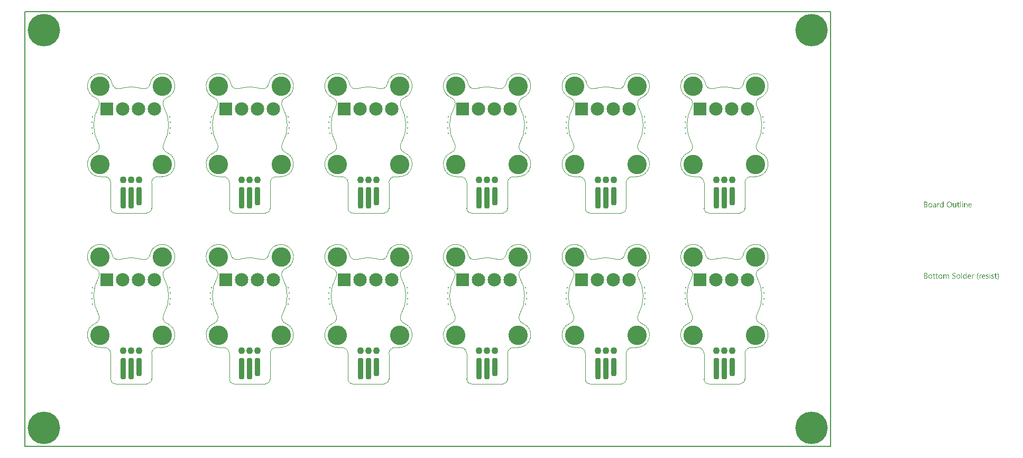
<source format=gbs>
G04*
G04 #@! TF.GenerationSoftware,Altium Limited,Altium Designer,21.3.2 (30)*
G04*
G04 Layer_Color=16711935*
%FSAX25Y25*%
%MOIN*%
G70*
G04*
G04 #@! TF.SameCoordinates,57FAC1CB-812B-421D-9FDC-EB945B2EFB84*
G04*
G04*
G04 #@! TF.FilePolarity,Negative*
G04*
G01*
G75*
%ADD24C,0.00787*%
%ADD25C,0.00197*%
G04:AMPARAMS|DCode=31|XSize=35.43mil|YSize=135.83mil|CornerRadius=13.82mil|HoleSize=0mil|Usage=FLASHONLY|Rotation=180.000|XOffset=0mil|YOffset=0mil|HoleType=Round|Shape=RoundedRectangle|*
%AMROUNDEDRECTD31*
21,1,0.03543,0.10819,0,0,180.0*
21,1,0.00780,0.13583,0,0,180.0*
1,1,0.02764,-0.00390,0.05409*
1,1,0.02764,0.00390,0.05409*
1,1,0.02764,0.00390,-0.05409*
1,1,0.02764,-0.00390,-0.05409*
%
%ADD31ROUNDEDRECTD31*%
G04:AMPARAMS|DCode=32|XSize=35.43mil|YSize=116.14mil|CornerRadius=13.82mil|HoleSize=0mil|Usage=FLASHONLY|Rotation=180.000|XOffset=0mil|YOffset=0mil|HoleType=Round|Shape=RoundedRectangle|*
%AMROUNDEDRECTD32*
21,1,0.03543,0.08850,0,0,180.0*
21,1,0.00780,0.11614,0,0,180.0*
1,1,0.02764,-0.00390,0.04425*
1,1,0.02764,0.00390,0.04425*
1,1,0.02764,0.00390,-0.04425*
1,1,0.02764,-0.00390,-0.04425*
%
%ADD32ROUNDEDRECTD32*%
%ADD34C,0.04331*%
%ADD46C,0.00800*%
%ADD47C,0.20485*%
%ADD48C,0.08465*%
%ADD49R,0.08465X0.08465*%
%ADD50C,0.00591*%
%ADD51C,0.12205*%
G36*
X0571414Y0134727D02*
X0571442Y0134721D01*
X0571470Y0134712D01*
X0571501Y0134696D01*
X0571531Y0134678D01*
X0571562Y0134653D01*
X0571565Y0134650D01*
X0571575Y0134641D01*
X0571587Y0134625D01*
X0571602Y0134604D01*
X0571615Y0134576D01*
X0571627Y0134545D01*
X0571636Y0134508D01*
X0571640Y0134468D01*
Y0134462D01*
Y0134449D01*
X0571636Y0134431D01*
X0571630Y0134403D01*
X0571621Y0134375D01*
X0571606Y0134344D01*
X0571587Y0134313D01*
X0571562Y0134282D01*
X0571559Y0134279D01*
X0571550Y0134270D01*
X0571531Y0134258D01*
X0571510Y0134245D01*
X0571482Y0134233D01*
X0571451Y0134221D01*
X0571417Y0134211D01*
X0571377Y0134208D01*
X0571358D01*
X0571340Y0134211D01*
X0571312Y0134218D01*
X0571284Y0134227D01*
X0571253Y0134239D01*
X0571222Y0134255D01*
X0571192Y0134279D01*
X0571188Y0134282D01*
X0571179Y0134292D01*
X0571167Y0134310D01*
X0571154Y0134332D01*
X0571142Y0134357D01*
X0571130Y0134391D01*
X0571121Y0134428D01*
X0571117Y0134468D01*
Y0134474D01*
Y0134486D01*
X0571121Y0134508D01*
X0571127Y0134533D01*
X0571136Y0134564D01*
X0571148Y0134595D01*
X0571167Y0134625D01*
X0571192Y0134653D01*
X0571195Y0134656D01*
X0571204Y0134666D01*
X0571222Y0134678D01*
X0571244Y0134693D01*
X0571272Y0134706D01*
X0571303Y0134718D01*
X0571337Y0134727D01*
X0571377Y0134731D01*
X0571395D01*
X0571414Y0134727D01*
D02*
G37*
G36*
X0559446Y0131063D02*
X0559045D01*
Y0131486D01*
X0559035D01*
X0559032Y0131480D01*
X0559023Y0131464D01*
X0559005Y0131443D01*
X0558983Y0131412D01*
X0558952Y0131375D01*
X0558918Y0131334D01*
X0558875Y0131291D01*
X0558822Y0131245D01*
X0558767Y0131199D01*
X0558702Y0131155D01*
X0558631Y0131115D01*
X0558554Y0131078D01*
X0558470Y0131047D01*
X0558377Y0131026D01*
X0558279Y0131010D01*
X0558173Y0131004D01*
X0558152D01*
X0558127Y0131007D01*
X0558096Y0131010D01*
X0558056Y0131013D01*
X0558010Y0131023D01*
X0557957Y0131032D01*
X0557901Y0131047D01*
X0557843Y0131063D01*
X0557781Y0131087D01*
X0557719Y0131112D01*
X0557654Y0131146D01*
X0557592Y0131183D01*
X0557531Y0131229D01*
X0557472Y0131282D01*
X0557416Y0131341D01*
X0557413Y0131344D01*
X0557404Y0131356D01*
X0557392Y0131375D01*
X0557373Y0131403D01*
X0557351Y0131437D01*
X0557327Y0131477D01*
X0557302Y0131526D01*
X0557277Y0131582D01*
X0557249Y0131644D01*
X0557225Y0131711D01*
X0557200Y0131789D01*
X0557178Y0131869D01*
X0557160Y0131956D01*
X0557148Y0132051D01*
X0557138Y0132150D01*
X0557135Y0132255D01*
Y0132258D01*
Y0132262D01*
Y0132271D01*
Y0132283D01*
X0557138Y0132314D01*
X0557141Y0132357D01*
X0557144Y0132413D01*
X0557151Y0132472D01*
X0557160Y0132540D01*
X0557175Y0132614D01*
X0557191Y0132691D01*
X0557212Y0132774D01*
X0557237Y0132855D01*
X0557268Y0132941D01*
X0557302Y0133022D01*
X0557345Y0133102D01*
X0557392Y0133179D01*
X0557447Y0133253D01*
X0557450Y0133256D01*
X0557463Y0133269D01*
X0557481Y0133287D01*
X0557506Y0133312D01*
X0557537Y0133340D01*
X0557574Y0133374D01*
X0557620Y0133408D01*
X0557670Y0133442D01*
X0557728Y0133476D01*
X0557790Y0133510D01*
X0557858Y0133544D01*
X0557932Y0133572D01*
X0558013Y0133596D01*
X0558099Y0133615D01*
X0558189Y0133627D01*
X0558285Y0133630D01*
X0558306D01*
X0558334Y0133627D01*
X0558368Y0133624D01*
X0558411Y0133618D01*
X0558461Y0133609D01*
X0558513Y0133596D01*
X0558572Y0133581D01*
X0558634Y0133559D01*
X0558696Y0133531D01*
X0558757Y0133498D01*
X0558819Y0133457D01*
X0558878Y0133411D01*
X0558937Y0133359D01*
X0558989Y0133294D01*
X0559035Y0133222D01*
X0559045D01*
Y0134777D01*
X0559446D01*
Y0131063D01*
D02*
G37*
G36*
X0573661Y0133627D02*
X0573688D01*
X0573722Y0133621D01*
X0573763Y0133615D01*
X0573806Y0133609D01*
X0573852Y0133596D01*
X0573902Y0133584D01*
X0573954Y0133565D01*
X0574007Y0133544D01*
X0574059Y0133516D01*
X0574109Y0133485D01*
X0574158Y0133451D01*
X0574204Y0133408D01*
X0574248Y0133362D01*
X0574251Y0133359D01*
X0574257Y0133349D01*
X0574269Y0133334D01*
X0574282Y0133312D01*
X0574297Y0133284D01*
X0574316Y0133250D01*
X0574337Y0133210D01*
X0574359Y0133167D01*
X0574377Y0133114D01*
X0574399Y0133059D01*
X0574417Y0132994D01*
X0574433Y0132926D01*
X0574445Y0132852D01*
X0574458Y0132771D01*
X0574464Y0132688D01*
X0574467Y0132595D01*
Y0131063D01*
X0574065D01*
Y0132493D01*
Y0132496D01*
Y0132503D01*
Y0132512D01*
Y0132527D01*
X0574062Y0132546D01*
Y0132568D01*
X0574056Y0132617D01*
X0574047Y0132679D01*
X0574034Y0132747D01*
X0574016Y0132818D01*
X0573991Y0132892D01*
X0573960Y0132966D01*
X0573923Y0133037D01*
X0573877Y0133105D01*
X0573818Y0133167D01*
X0573753Y0133216D01*
X0573716Y0133238D01*
X0573673Y0133256D01*
X0573630Y0133272D01*
X0573583Y0133281D01*
X0573534Y0133287D01*
X0573481Y0133291D01*
X0573454D01*
X0573432Y0133287D01*
X0573407Y0133284D01*
X0573376Y0133278D01*
X0573342Y0133272D01*
X0573308Y0133263D01*
X0573268Y0133250D01*
X0573228Y0133235D01*
X0573188Y0133216D01*
X0573144Y0133195D01*
X0573104Y0133167D01*
X0573061Y0133136D01*
X0573021Y0133102D01*
X0572984Y0133062D01*
X0572981Y0133059D01*
X0572974Y0133053D01*
X0572965Y0133040D01*
X0572953Y0133022D01*
X0572937Y0133000D01*
X0572922Y0132972D01*
X0572903Y0132941D01*
X0572885Y0132907D01*
X0572866Y0132867D01*
X0572848Y0132824D01*
X0572832Y0132778D01*
X0572817Y0132728D01*
X0572805Y0132673D01*
X0572795Y0132617D01*
X0572789Y0132555D01*
X0572786Y0132493D01*
Y0131063D01*
X0572384D01*
Y0133572D01*
X0572786D01*
Y0133155D01*
X0572795D01*
X0572798Y0133161D01*
X0572808Y0133176D01*
X0572826Y0133198D01*
X0572848Y0133229D01*
X0572879Y0133266D01*
X0572913Y0133306D01*
X0572956Y0133349D01*
X0573005Y0133393D01*
X0573061Y0133436D01*
X0573123Y0133479D01*
X0573191Y0133519D01*
X0573262Y0133556D01*
X0573342Y0133587D01*
X0573429Y0133609D01*
X0573521Y0133624D01*
X0573620Y0133630D01*
X0573639D01*
X0573661Y0133627D01*
D02*
G37*
G36*
X0556684Y0133612D02*
X0556718D01*
X0556755Y0133606D01*
X0556795Y0133599D01*
X0556835Y0133593D01*
X0556869Y0133581D01*
Y0133164D01*
X0556863Y0133167D01*
X0556851Y0133176D01*
X0556826Y0133189D01*
X0556792Y0133204D01*
X0556746Y0133220D01*
X0556696Y0133232D01*
X0556635Y0133241D01*
X0556564Y0133244D01*
X0556539D01*
X0556520Y0133241D01*
X0556499Y0133238D01*
X0556474Y0133232D01*
X0556415Y0133213D01*
X0556381Y0133201D01*
X0556347Y0133186D01*
X0556310Y0133164D01*
X0556273Y0133142D01*
X0556239Y0133114D01*
X0556202Y0133080D01*
X0556168Y0133043D01*
X0556134Y0133000D01*
X0556131Y0132997D01*
X0556128Y0132988D01*
X0556119Y0132975D01*
X0556106Y0132957D01*
X0556094Y0132932D01*
X0556078Y0132901D01*
X0556063Y0132867D01*
X0556047Y0132827D01*
X0556032Y0132784D01*
X0556017Y0132734D01*
X0556001Y0132679D01*
X0555989Y0132620D01*
X0555976Y0132555D01*
X0555967Y0132487D01*
X0555964Y0132416D01*
X0555961Y0132339D01*
Y0131063D01*
X0555559D01*
Y0133572D01*
X0555961D01*
Y0133053D01*
X0555970D01*
Y0133056D01*
X0555973Y0133065D01*
X0555979Y0133077D01*
X0555986Y0133096D01*
X0555995Y0133117D01*
X0556007Y0133145D01*
X0556035Y0133204D01*
X0556072Y0133272D01*
X0556119Y0133340D01*
X0556171Y0133405D01*
X0556233Y0133467D01*
X0556236Y0133470D01*
X0556242Y0133473D01*
X0556251Y0133479D01*
X0556264Y0133491D01*
X0556279Y0133501D01*
X0556301Y0133513D01*
X0556347Y0133541D01*
X0556406Y0133569D01*
X0556474Y0133593D01*
X0556548Y0133609D01*
X0556588Y0133612D01*
X0556628Y0133615D01*
X0556653D01*
X0556684Y0133612D01*
D02*
G37*
G36*
X0567447Y0131063D02*
X0567045D01*
Y0131458D01*
X0567035D01*
X0567032Y0131452D01*
X0567023Y0131440D01*
X0567008Y0131415D01*
X0566989Y0131387D01*
X0566961Y0131353D01*
X0566927Y0131316D01*
X0566890Y0131273D01*
X0566844Y0131233D01*
X0566794Y0131189D01*
X0566736Y0131149D01*
X0566674Y0131109D01*
X0566603Y0131075D01*
X0566526Y0131047D01*
X0566445Y0131023D01*
X0566356Y0131010D01*
X0566260Y0131004D01*
X0566238D01*
X0566223Y0131007D01*
X0566201D01*
X0566177Y0131010D01*
X0566149Y0131016D01*
X0566121Y0131019D01*
X0566053Y0131038D01*
X0565976Y0131060D01*
X0565895Y0131094D01*
X0565855Y0131115D01*
X0565812Y0131137D01*
X0565769Y0131165D01*
X0565729Y0131192D01*
X0565688Y0131226D01*
X0565648Y0131263D01*
X0565608Y0131307D01*
X0565571Y0131350D01*
X0565537Y0131399D01*
X0565503Y0131455D01*
X0565475Y0131514D01*
X0565447Y0131576D01*
X0565422Y0131644D01*
X0565401Y0131718D01*
X0565385Y0131798D01*
X0565373Y0131881D01*
X0565367Y0131974D01*
X0565364Y0132070D01*
Y0133572D01*
X0565762D01*
Y0132135D01*
Y0132132D01*
Y0132126D01*
Y0132116D01*
Y0132101D01*
X0565765Y0132082D01*
Y0132061D01*
X0565772Y0132011D01*
X0565781Y0131949D01*
X0565793Y0131885D01*
X0565815Y0131810D01*
X0565840Y0131739D01*
X0565871Y0131665D01*
X0565911Y0131591D01*
X0565960Y0131526D01*
X0566019Y0131464D01*
X0566090Y0131415D01*
X0566127Y0131393D01*
X0566170Y0131375D01*
X0566217Y0131359D01*
X0566263Y0131350D01*
X0566316Y0131344D01*
X0566371Y0131341D01*
X0566399D01*
X0566421Y0131344D01*
X0566445Y0131347D01*
X0566473Y0131353D01*
X0566507Y0131359D01*
X0566541Y0131369D01*
X0566578Y0131378D01*
X0566618Y0131393D01*
X0566659Y0131412D01*
X0566699Y0131433D01*
X0566739Y0131458D01*
X0566779Y0131486D01*
X0566816Y0131520D01*
X0566853Y0131557D01*
X0566856Y0131560D01*
X0566862Y0131566D01*
X0566872Y0131579D01*
X0566884Y0131597D01*
X0566896Y0131619D01*
X0566915Y0131644D01*
X0566930Y0131675D01*
X0566949Y0131708D01*
X0566968Y0131749D01*
X0566983Y0131792D01*
X0567001Y0131838D01*
X0567014Y0131888D01*
X0567026Y0131943D01*
X0567035Y0131999D01*
X0567042Y0132061D01*
X0567045Y0132126D01*
Y0133572D01*
X0567447D01*
Y0131063D01*
D02*
G37*
G36*
X0571572D02*
X0571170D01*
Y0133572D01*
X0571572D01*
Y0131063D01*
D02*
G37*
G36*
X0570357D02*
X0569956D01*
Y0134777D01*
X0570357D01*
Y0131063D01*
D02*
G37*
G36*
X0553956Y0133627D02*
X0553977D01*
X0553999Y0133624D01*
X0554027Y0133621D01*
X0554058Y0133615D01*
X0554122Y0133603D01*
X0554200Y0133581D01*
X0554277Y0133553D01*
X0554360Y0133513D01*
X0554444Y0133464D01*
X0554484Y0133436D01*
X0554524Y0133402D01*
X0554561Y0133365D01*
X0554598Y0133328D01*
X0554632Y0133284D01*
X0554663Y0133235D01*
X0554694Y0133186D01*
X0554722Y0133130D01*
X0554743Y0133068D01*
X0554765Y0133003D01*
X0554781Y0132935D01*
X0554793Y0132858D01*
X0554799Y0132781D01*
X0554802Y0132694D01*
Y0131063D01*
X0554400D01*
Y0131452D01*
X0554391D01*
X0554388Y0131446D01*
X0554379Y0131433D01*
X0554363Y0131412D01*
X0554342Y0131381D01*
X0554314Y0131347D01*
X0554280Y0131310D01*
X0554243Y0131270D01*
X0554197Y0131229D01*
X0554144Y0131186D01*
X0554088Y0131146D01*
X0554024Y0131109D01*
X0553956Y0131075D01*
X0553878Y0131044D01*
X0553798Y0131023D01*
X0553711Y0131010D01*
X0553619Y0131004D01*
X0553582D01*
X0553557Y0131007D01*
X0553526Y0131010D01*
X0553489Y0131013D01*
X0553449Y0131019D01*
X0553406Y0131029D01*
X0553310Y0131053D01*
X0553263Y0131069D01*
X0553214Y0131087D01*
X0553164Y0131109D01*
X0553118Y0131137D01*
X0553075Y0131168D01*
X0553032Y0131202D01*
X0553029Y0131205D01*
X0553022Y0131211D01*
X0553013Y0131223D01*
X0552998Y0131239D01*
X0552982Y0131257D01*
X0552967Y0131282D01*
X0552945Y0131310D01*
X0552927Y0131341D01*
X0552908Y0131378D01*
X0552889Y0131418D01*
X0552871Y0131461D01*
X0552855Y0131508D01*
X0552840Y0131557D01*
X0552831Y0131610D01*
X0552825Y0131668D01*
X0552821Y0131727D01*
Y0131730D01*
Y0131736D01*
Y0131746D01*
X0552825Y0131758D01*
Y0131773D01*
X0552828Y0131792D01*
X0552834Y0131838D01*
X0552846Y0131894D01*
X0552865Y0131956D01*
X0552889Y0132024D01*
X0552927Y0132095D01*
X0552970Y0132166D01*
X0553022Y0132237D01*
X0553056Y0132271D01*
X0553090Y0132305D01*
X0553130Y0132339D01*
X0553171Y0132370D01*
X0553217Y0132401D01*
X0553266Y0132428D01*
X0553319Y0132453D01*
X0553378Y0132478D01*
X0553440Y0132500D01*
X0553504Y0132518D01*
X0553576Y0132534D01*
X0553650Y0132546D01*
X0554400Y0132651D01*
Y0132654D01*
Y0132657D01*
Y0132666D01*
Y0132679D01*
X0554397Y0132710D01*
X0554391Y0132750D01*
X0554385Y0132799D01*
X0554373Y0132855D01*
X0554357Y0132910D01*
X0554336Y0132972D01*
X0554308Y0133031D01*
X0554274Y0133090D01*
X0554234Y0133142D01*
X0554184Y0133192D01*
X0554122Y0133232D01*
X0554054Y0133263D01*
X0554017Y0133275D01*
X0553974Y0133284D01*
X0553931Y0133287D01*
X0553885Y0133291D01*
X0553863D01*
X0553841Y0133287D01*
X0553807Y0133284D01*
X0553767Y0133281D01*
X0553721Y0133275D01*
X0553668Y0133266D01*
X0553613Y0133253D01*
X0553551Y0133235D01*
X0553486Y0133216D01*
X0553418Y0133192D01*
X0553347Y0133161D01*
X0553276Y0133124D01*
X0553205Y0133083D01*
X0553134Y0133037D01*
X0553066Y0132982D01*
Y0133393D01*
X0553069Y0133396D01*
X0553081Y0133402D01*
X0553103Y0133414D01*
X0553130Y0133430D01*
X0553168Y0133448D01*
X0553208Y0133467D01*
X0553257Y0133488D01*
X0553313Y0133513D01*
X0553372Y0133535D01*
X0553436Y0133556D01*
X0553508Y0133575D01*
X0553582Y0133593D01*
X0553662Y0133609D01*
X0553742Y0133621D01*
X0553829Y0133627D01*
X0553919Y0133630D01*
X0553940D01*
X0553956Y0133627D01*
D02*
G37*
G36*
X0548319Y0134573D02*
X0548356Y0134570D01*
X0548400Y0134564D01*
X0548449Y0134557D01*
X0548505Y0134548D01*
X0548560Y0134536D01*
X0548619Y0134520D01*
X0548681Y0134502D01*
X0548740Y0134480D01*
X0548801Y0134455D01*
X0548857Y0134424D01*
X0548913Y0134391D01*
X0548965Y0134350D01*
X0548968Y0134347D01*
X0548978Y0134341D01*
X0548990Y0134329D01*
X0549005Y0134310D01*
X0549027Y0134289D01*
X0549049Y0134261D01*
X0549073Y0134230D01*
X0549098Y0134196D01*
X0549123Y0134156D01*
X0549148Y0134113D01*
X0549169Y0134063D01*
X0549191Y0134014D01*
X0549206Y0133958D01*
X0549219Y0133899D01*
X0549228Y0133837D01*
X0549231Y0133773D01*
Y0133770D01*
Y0133760D01*
Y0133745D01*
X0549228Y0133723D01*
X0549225Y0133695D01*
X0549222Y0133668D01*
X0549219Y0133633D01*
X0549212Y0133596D01*
X0549191Y0133513D01*
X0549163Y0133426D01*
X0549144Y0133380D01*
X0549123Y0133337D01*
X0549098Y0133294D01*
X0549070Y0133250D01*
X0549067Y0133247D01*
X0549064Y0133241D01*
X0549055Y0133229D01*
X0549039Y0133213D01*
X0549024Y0133198D01*
X0549005Y0133176D01*
X0548981Y0133155D01*
X0548956Y0133130D01*
X0548925Y0133105D01*
X0548891Y0133077D01*
X0548854Y0133053D01*
X0548814Y0133025D01*
X0548771Y0133000D01*
X0548727Y0132978D01*
X0548625Y0132938D01*
Y0132929D01*
X0548628D01*
X0548641Y0132926D01*
X0548659Y0132923D01*
X0548684Y0132920D01*
X0548715Y0132913D01*
X0548749Y0132904D01*
X0548789Y0132892D01*
X0548829Y0132879D01*
X0548919Y0132846D01*
X0548968Y0132824D01*
X0549015Y0132796D01*
X0549061Y0132768D01*
X0549107Y0132737D01*
X0549154Y0132700D01*
X0549194Y0132660D01*
X0549197Y0132657D01*
X0549203Y0132651D01*
X0549212Y0132639D01*
X0549228Y0132620D01*
X0549243Y0132595D01*
X0549262Y0132571D01*
X0549280Y0132537D01*
X0549302Y0132503D01*
X0549321Y0132462D01*
X0549339Y0132416D01*
X0549358Y0132370D01*
X0549373Y0132317D01*
X0549389Y0132258D01*
X0549398Y0132200D01*
X0549404Y0132138D01*
X0549407Y0132070D01*
Y0132064D01*
Y0132051D01*
X0549404Y0132027D01*
X0549401Y0131996D01*
X0549398Y0131956D01*
X0549389Y0131912D01*
X0549379Y0131863D01*
X0549367Y0131810D01*
X0549348Y0131752D01*
X0549327Y0131693D01*
X0549302Y0131634D01*
X0549271Y0131572D01*
X0549234Y0131511D01*
X0549191Y0131452D01*
X0549141Y0131396D01*
X0549083Y0131341D01*
X0549080Y0131338D01*
X0549067Y0131328D01*
X0549049Y0131316D01*
X0549024Y0131298D01*
X0548993Y0131276D01*
X0548953Y0131254D01*
X0548910Y0131226D01*
X0548860Y0131202D01*
X0548801Y0131177D01*
X0548740Y0131152D01*
X0548675Y0131128D01*
X0548601Y0131106D01*
X0548523Y0131087D01*
X0548443Y0131075D01*
X0548356Y0131066D01*
X0548267Y0131063D01*
X0547244D01*
Y0134576D01*
X0548285D01*
X0548319Y0134573D01*
D02*
G37*
G36*
X0568788Y0133572D02*
X0569421D01*
Y0133226D01*
X0568788D01*
Y0131814D01*
Y0131810D01*
Y0131801D01*
Y0131789D01*
Y0131773D01*
X0568791Y0131752D01*
X0568794Y0131727D01*
X0568800Y0131675D01*
X0568809Y0131613D01*
X0568825Y0131554D01*
X0568846Y0131498D01*
X0568859Y0131474D01*
X0568874Y0131452D01*
X0568877Y0131449D01*
X0568890Y0131437D01*
X0568911Y0131418D01*
X0568942Y0131399D01*
X0568982Y0131378D01*
X0569032Y0131362D01*
X0569090Y0131350D01*
X0569158Y0131344D01*
X0569183D01*
X0569211Y0131347D01*
X0569248Y0131353D01*
X0569288Y0131366D01*
X0569335Y0131378D01*
X0569378Y0131399D01*
X0569421Y0131427D01*
Y0131084D01*
X0569418D01*
X0569415Y0131081D01*
X0569406Y0131078D01*
X0569396Y0131072D01*
X0569362Y0131060D01*
X0569322Y0131047D01*
X0569267Y0131035D01*
X0569202Y0131023D01*
X0569128Y0131013D01*
X0569044Y0131010D01*
X0569016D01*
X0568982Y0131016D01*
X0568942Y0131023D01*
X0568893Y0131032D01*
X0568837Y0131050D01*
X0568775Y0131072D01*
X0568716Y0131103D01*
X0568655Y0131140D01*
X0568593Y0131189D01*
X0568537Y0131248D01*
X0568513Y0131282D01*
X0568488Y0131319D01*
X0568466Y0131359D01*
X0568448Y0131403D01*
X0568429Y0131449D01*
X0568414Y0131501D01*
X0568401Y0131554D01*
X0568392Y0131613D01*
X0568389Y0131675D01*
X0568386Y0131742D01*
Y0133226D01*
X0567956D01*
Y0133572D01*
X0568386D01*
Y0134184D01*
X0568788Y0134313D01*
Y0133572D01*
D02*
G37*
G36*
X0576256Y0133627D02*
X0576290Y0133624D01*
X0576333Y0133621D01*
X0576380Y0133615D01*
X0576432Y0133603D01*
X0576488Y0133590D01*
X0576550Y0133575D01*
X0576611Y0133553D01*
X0576673Y0133525D01*
X0576738Y0133494D01*
X0576800Y0133457D01*
X0576859Y0133414D01*
X0576917Y0133365D01*
X0576970Y0133309D01*
X0576973Y0133306D01*
X0576982Y0133294D01*
X0576995Y0133275D01*
X0577013Y0133250D01*
X0577032Y0133220D01*
X0577056Y0133179D01*
X0577081Y0133133D01*
X0577106Y0133080D01*
X0577131Y0133019D01*
X0577155Y0132954D01*
X0577180Y0132879D01*
X0577199Y0132802D01*
X0577217Y0132716D01*
X0577229Y0132626D01*
X0577239Y0132527D01*
X0577242Y0132425D01*
Y0132215D01*
X0575468D01*
Y0132209D01*
Y0132197D01*
X0575471Y0132175D01*
X0575474Y0132147D01*
X0575477Y0132110D01*
X0575484Y0132070D01*
X0575490Y0132027D01*
X0575502Y0131977D01*
X0575530Y0131872D01*
X0575549Y0131820D01*
X0575570Y0131764D01*
X0575595Y0131711D01*
X0575623Y0131659D01*
X0575657Y0131613D01*
X0575694Y0131566D01*
X0575697Y0131563D01*
X0575703Y0131557D01*
X0575715Y0131545D01*
X0575734Y0131532D01*
X0575756Y0131514D01*
X0575783Y0131495D01*
X0575814Y0131474D01*
X0575848Y0131455D01*
X0575888Y0131433D01*
X0575935Y0131412D01*
X0575981Y0131393D01*
X0576037Y0131375D01*
X0576092Y0131362D01*
X0576154Y0131350D01*
X0576219Y0131344D01*
X0576287Y0131341D01*
X0576305D01*
X0576327Y0131344D01*
X0576358D01*
X0576395Y0131350D01*
X0576438Y0131356D01*
X0576488Y0131366D01*
X0576544Y0131375D01*
X0576602Y0131390D01*
X0576664Y0131409D01*
X0576729Y0131430D01*
X0576794Y0131458D01*
X0576862Y0131489D01*
X0576930Y0131526D01*
X0576998Y0131569D01*
X0577066Y0131619D01*
Y0131242D01*
X0577063Y0131239D01*
X0577050Y0131233D01*
X0577032Y0131220D01*
X0577007Y0131205D01*
X0576973Y0131186D01*
X0576933Y0131168D01*
X0576886Y0131146D01*
X0576834Y0131124D01*
X0576772Y0131100D01*
X0576707Y0131078D01*
X0576636Y0131060D01*
X0576559Y0131041D01*
X0576475Y0131026D01*
X0576386Y0131013D01*
X0576290Y0131007D01*
X0576191Y0131004D01*
X0576166D01*
X0576142Y0131007D01*
X0576105Y0131010D01*
X0576058Y0131013D01*
X0576006Y0131023D01*
X0575950Y0131032D01*
X0575888Y0131047D01*
X0575823Y0131066D01*
X0575756Y0131087D01*
X0575684Y0131115D01*
X0575617Y0131146D01*
X0575545Y0131186D01*
X0575481Y0131233D01*
X0575416Y0131285D01*
X0575357Y0131344D01*
X0575354Y0131347D01*
X0575345Y0131359D01*
X0575329Y0131381D01*
X0575311Y0131409D01*
X0575286Y0131443D01*
X0575261Y0131486D01*
X0575233Y0131535D01*
X0575206Y0131594D01*
X0575178Y0131656D01*
X0575150Y0131730D01*
X0575125Y0131807D01*
X0575100Y0131894D01*
X0575082Y0131986D01*
X0575066Y0132085D01*
X0575057Y0132194D01*
X0575054Y0132305D01*
Y0132308D01*
Y0132311D01*
Y0132320D01*
Y0132329D01*
X0575057Y0132360D01*
X0575060Y0132404D01*
X0575063Y0132453D01*
X0575073Y0132509D01*
X0575082Y0132574D01*
X0575094Y0132645D01*
X0575113Y0132719D01*
X0575134Y0132796D01*
X0575162Y0132877D01*
X0575193Y0132957D01*
X0575230Y0133034D01*
X0575277Y0133114D01*
X0575326Y0133189D01*
X0575385Y0133260D01*
X0575388Y0133263D01*
X0575400Y0133275D01*
X0575419Y0133294D01*
X0575443Y0133318D01*
X0575477Y0133346D01*
X0575518Y0133377D01*
X0575561Y0133411D01*
X0575613Y0133445D01*
X0575669Y0133479D01*
X0575734Y0133513D01*
X0575802Y0133544D01*
X0575873Y0133572D01*
X0575950Y0133596D01*
X0576034Y0133615D01*
X0576120Y0133627D01*
X0576210Y0133630D01*
X0576231D01*
X0576256Y0133627D01*
D02*
G37*
G36*
X0563213Y0134632D02*
X0563235D01*
X0563257Y0134628D01*
X0563284D01*
X0563346Y0134619D01*
X0563417Y0134610D01*
X0563497Y0134595D01*
X0563584Y0134573D01*
X0563674Y0134548D01*
X0563769Y0134514D01*
X0563865Y0134474D01*
X0563964Y0134428D01*
X0564063Y0134372D01*
X0564156Y0134307D01*
X0564248Y0134230D01*
X0564335Y0134143D01*
X0564341Y0134137D01*
X0564353Y0134122D01*
X0564375Y0134094D01*
X0564406Y0134054D01*
X0564437Y0134004D01*
X0564477Y0133946D01*
X0564517Y0133878D01*
X0564557Y0133800D01*
X0564598Y0133711D01*
X0564638Y0133615D01*
X0564678Y0133510D01*
X0564712Y0133396D01*
X0564740Y0133272D01*
X0564761Y0133142D01*
X0564774Y0133006D01*
X0564780Y0132861D01*
Y0132858D01*
Y0132852D01*
Y0132839D01*
Y0132824D01*
X0564777Y0132802D01*
Y0132778D01*
X0564774Y0132750D01*
Y0132719D01*
X0564771Y0132685D01*
X0564768Y0132648D01*
X0564755Y0132564D01*
X0564743Y0132469D01*
X0564724Y0132370D01*
X0564700Y0132262D01*
X0564669Y0132150D01*
X0564632Y0132039D01*
X0564588Y0131925D01*
X0564536Y0131814D01*
X0564474Y0131702D01*
X0564403Y0131600D01*
X0564323Y0131501D01*
X0564316Y0131495D01*
X0564301Y0131480D01*
X0564276Y0131455D01*
X0564239Y0131424D01*
X0564193Y0131387D01*
X0564137Y0131344D01*
X0564075Y0131301D01*
X0564001Y0131254D01*
X0563918Y0131208D01*
X0563825Y0131161D01*
X0563726Y0131118D01*
X0563618Y0131081D01*
X0563501Y0131050D01*
X0563377Y0131026D01*
X0563244Y0131010D01*
X0563105Y0131004D01*
X0563071D01*
X0563056Y0131007D01*
X0563034D01*
X0563009Y0131010D01*
X0562982Y0131013D01*
X0562917Y0131019D01*
X0562846Y0131029D01*
X0562762Y0131044D01*
X0562676Y0131066D01*
X0562580Y0131090D01*
X0562484Y0131124D01*
X0562385Y0131165D01*
X0562283Y0131211D01*
X0562184Y0131267D01*
X0562088Y0131334D01*
X0561993Y0131409D01*
X0561906Y0131495D01*
X0561900Y0131501D01*
X0561888Y0131517D01*
X0561866Y0131545D01*
X0561835Y0131585D01*
X0561801Y0131634D01*
X0561764Y0131693D01*
X0561724Y0131761D01*
X0561684Y0131841D01*
X0561640Y0131928D01*
X0561600Y0132024D01*
X0561563Y0132129D01*
X0561529Y0132243D01*
X0561498Y0132367D01*
X0561477Y0132496D01*
X0561464Y0132632D01*
X0561458Y0132778D01*
Y0132781D01*
Y0132787D01*
Y0132799D01*
Y0132815D01*
X0561461Y0132836D01*
Y0132858D01*
X0561464Y0132886D01*
Y0132917D01*
X0561467Y0132951D01*
X0561474Y0132991D01*
X0561483Y0133071D01*
X0561495Y0133164D01*
X0561517Y0133263D01*
X0561538Y0133371D01*
X0561569Y0133479D01*
X0561606Y0133590D01*
X0561650Y0133705D01*
X0561702Y0133816D01*
X0561764Y0133924D01*
X0561835Y0134029D01*
X0561915Y0134128D01*
X0561922Y0134134D01*
X0561937Y0134150D01*
X0561962Y0134174D01*
X0561999Y0134208D01*
X0562045Y0134245D01*
X0562104Y0134289D01*
X0562169Y0134335D01*
X0562243Y0134381D01*
X0562329Y0134428D01*
X0562422Y0134474D01*
X0562524Y0134517D01*
X0562635Y0134554D01*
X0562756Y0134588D01*
X0562883Y0134613D01*
X0563019Y0134628D01*
X0563164Y0134635D01*
X0563195D01*
X0563213Y0134632D01*
D02*
G37*
G36*
X0551227Y0133627D02*
X0551267Y0133624D01*
X0551314Y0133621D01*
X0551369Y0133612D01*
X0551428Y0133603D01*
X0551493Y0133587D01*
X0551564Y0133569D01*
X0551635Y0133547D01*
X0551706Y0133519D01*
X0551780Y0133485D01*
X0551851Y0133445D01*
X0551922Y0133399D01*
X0551987Y0133346D01*
X0552049Y0133284D01*
X0552052Y0133281D01*
X0552061Y0133269D01*
X0552077Y0133247D01*
X0552099Y0133220D01*
X0552123Y0133186D01*
X0552148Y0133142D01*
X0552179Y0133093D01*
X0552207Y0133034D01*
X0552238Y0132969D01*
X0552265Y0132898D01*
X0552290Y0132821D01*
X0552315Y0132734D01*
X0552336Y0132642D01*
X0552352Y0132543D01*
X0552361Y0132438D01*
X0552364Y0132326D01*
Y0132323D01*
Y0132320D01*
Y0132311D01*
Y0132299D01*
X0552361Y0132268D01*
X0552358Y0132228D01*
X0552355Y0132175D01*
X0552346Y0132116D01*
X0552336Y0132051D01*
X0552321Y0131980D01*
X0552302Y0131906D01*
X0552281Y0131826D01*
X0552253Y0131746D01*
X0552222Y0131665D01*
X0552182Y0131585D01*
X0552136Y0131508D01*
X0552083Y0131433D01*
X0552024Y0131362D01*
X0552021Y0131359D01*
X0552009Y0131347D01*
X0551990Y0131328D01*
X0551963Y0131307D01*
X0551929Y0131279D01*
X0551888Y0131248D01*
X0551839Y0131217D01*
X0551783Y0131183D01*
X0551721Y0131149D01*
X0551653Y0131118D01*
X0551579Y0131087D01*
X0551499Y0131060D01*
X0551409Y0131038D01*
X0551317Y0131019D01*
X0551221Y0131007D01*
X0551116Y0131004D01*
X0551091D01*
X0551063Y0131007D01*
X0551023Y0131010D01*
X0550977Y0131013D01*
X0550921Y0131023D01*
X0550863Y0131032D01*
X0550798Y0131047D01*
X0550727Y0131066D01*
X0550655Y0131090D01*
X0550581Y0131118D01*
X0550507Y0131152D01*
X0550433Y0131192D01*
X0550359Y0131239D01*
X0550291Y0131291D01*
X0550226Y0131353D01*
X0550223Y0131356D01*
X0550211Y0131369D01*
X0550195Y0131390D01*
X0550173Y0131418D01*
X0550149Y0131452D01*
X0550121Y0131495D01*
X0550093Y0131545D01*
X0550062Y0131603D01*
X0550031Y0131665D01*
X0550000Y0131736D01*
X0549972Y0131814D01*
X0549948Y0131897D01*
X0549926Y0131983D01*
X0549911Y0132079D01*
X0549898Y0132181D01*
X0549895Y0132286D01*
Y0132289D01*
Y0132292D01*
Y0132302D01*
Y0132314D01*
X0549898Y0132348D01*
X0549901Y0132391D01*
X0549905Y0132444D01*
X0549914Y0132506D01*
X0549923Y0132574D01*
X0549939Y0132648D01*
X0549957Y0132725D01*
X0549979Y0132805D01*
X0550006Y0132889D01*
X0550040Y0132972D01*
X0550081Y0133053D01*
X0550124Y0133130D01*
X0550176Y0133204D01*
X0550238Y0133275D01*
X0550241Y0133278D01*
X0550254Y0133291D01*
X0550275Y0133309D01*
X0550303Y0133331D01*
X0550337Y0133359D01*
X0550380Y0133386D01*
X0550430Y0133420D01*
X0550486Y0133454D01*
X0550547Y0133485D01*
X0550618Y0133519D01*
X0550696Y0133547D01*
X0550779Y0133575D01*
X0550869Y0133596D01*
X0550964Y0133615D01*
X0551066Y0133627D01*
X0551175Y0133630D01*
X0551199D01*
X0551227Y0133627D01*
D02*
G37*
G36*
X0588823Y0089797D02*
X0588851Y0089790D01*
X0588879Y0089781D01*
X0588910Y0089766D01*
X0588940Y0089747D01*
X0588971Y0089722D01*
X0588975Y0089719D01*
X0588984Y0089710D01*
X0588996Y0089695D01*
X0589012Y0089673D01*
X0589024Y0089645D01*
X0589036Y0089614D01*
X0589046Y0089577D01*
X0589049Y0089537D01*
Y0089531D01*
Y0089518D01*
X0589046Y0089500D01*
X0589039Y0089472D01*
X0589030Y0089444D01*
X0589015Y0089413D01*
X0588996Y0089382D01*
X0588971Y0089352D01*
X0588968Y0089349D01*
X0588959Y0089339D01*
X0588940Y0089327D01*
X0588919Y0089315D01*
X0588891Y0089302D01*
X0588860Y0089290D01*
X0588826Y0089281D01*
X0588786Y0089277D01*
X0588767D01*
X0588749Y0089281D01*
X0588721Y0089287D01*
X0588693Y0089296D01*
X0588662Y0089308D01*
X0588631Y0089324D01*
X0588601Y0089349D01*
X0588597Y0089352D01*
X0588588Y0089361D01*
X0588576Y0089379D01*
X0588564Y0089401D01*
X0588551Y0089426D01*
X0588539Y0089460D01*
X0588530Y0089497D01*
X0588526Y0089537D01*
Y0089543D01*
Y0089556D01*
X0588530Y0089577D01*
X0588536Y0089602D01*
X0588545Y0089633D01*
X0588557Y0089664D01*
X0588576Y0089695D01*
X0588601Y0089722D01*
X0588604Y0089726D01*
X0588613Y0089735D01*
X0588631Y0089747D01*
X0588653Y0089763D01*
X0588681Y0089775D01*
X0588712Y0089787D01*
X0588746Y0089797D01*
X0588786Y0089800D01*
X0588805D01*
X0588823Y0089797D01*
D02*
G37*
G36*
X0566245Y0089701D02*
X0566288D01*
X0566337Y0089698D01*
X0566393Y0089695D01*
X0566452Y0089688D01*
X0566575Y0089673D01*
X0566699Y0089651D01*
X0566760Y0089636D01*
X0566816Y0089621D01*
X0566872Y0089599D01*
X0566918Y0089577D01*
Y0089114D01*
X0566915Y0089117D01*
X0566903Y0089123D01*
X0566887Y0089132D01*
X0566862Y0089148D01*
X0566832Y0089163D01*
X0566794Y0089182D01*
X0566751Y0089203D01*
X0566702Y0089222D01*
X0566646Y0089244D01*
X0566584Y0089262D01*
X0566519Y0089281D01*
X0566448Y0089296D01*
X0566374Y0089311D01*
X0566294Y0089321D01*
X0566207Y0089327D01*
X0566118Y0089330D01*
X0566068D01*
X0566034Y0089327D01*
X0565994Y0089324D01*
X0565948Y0089318D01*
X0565898Y0089311D01*
X0565849Y0089302D01*
X0565843D01*
X0565827Y0089296D01*
X0565803Y0089290D01*
X0565769Y0089281D01*
X0565731Y0089268D01*
X0565691Y0089253D01*
X0565648Y0089231D01*
X0565608Y0089210D01*
X0565605Y0089206D01*
X0565589Y0089197D01*
X0565571Y0089185D01*
X0565546Y0089166D01*
X0565521Y0089141D01*
X0565490Y0089114D01*
X0565463Y0089083D01*
X0565438Y0089046D01*
X0565435Y0089043D01*
X0565429Y0089027D01*
X0565416Y0089006D01*
X0565407Y0088978D01*
X0565395Y0088944D01*
X0565382Y0088901D01*
X0565376Y0088854D01*
X0565373Y0088802D01*
Y0088795D01*
Y0088780D01*
X0565376Y0088752D01*
X0565379Y0088721D01*
X0565385Y0088684D01*
X0565395Y0088644D01*
X0565407Y0088604D01*
X0565422Y0088567D01*
X0565426Y0088564D01*
X0565432Y0088551D01*
X0565444Y0088533D01*
X0565460Y0088508D01*
X0565481Y0088480D01*
X0565506Y0088449D01*
X0565537Y0088418D01*
X0565571Y0088388D01*
X0565574Y0088384D01*
X0565589Y0088375D01*
X0565611Y0088357D01*
X0565639Y0088338D01*
X0565673Y0088313D01*
X0565713Y0088289D01*
X0565759Y0088258D01*
X0565809Y0088230D01*
X0565812D01*
X0565815Y0088227D01*
X0565834Y0088218D01*
X0565864Y0088202D01*
X0565902Y0088181D01*
X0565951Y0088159D01*
X0566007Y0088131D01*
X0566068Y0088100D01*
X0566133Y0088066D01*
X0566136D01*
X0566143Y0088063D01*
X0566152Y0088057D01*
X0566164Y0088051D01*
X0566183Y0088042D01*
X0566201Y0088032D01*
X0566248Y0088007D01*
X0566303Y0087977D01*
X0566365Y0087943D01*
X0566427Y0087909D01*
X0566492Y0087868D01*
X0566495D01*
X0566498Y0087865D01*
X0566507Y0087859D01*
X0566519Y0087850D01*
X0566553Y0087828D01*
X0566594Y0087800D01*
X0566640Y0087766D01*
X0566689Y0087729D01*
X0566739Y0087686D01*
X0566788Y0087640D01*
X0566794Y0087634D01*
X0566810Y0087618D01*
X0566832Y0087593D01*
X0566862Y0087559D01*
X0566893Y0087519D01*
X0566927Y0087473D01*
X0566958Y0087420D01*
X0566989Y0087365D01*
Y0087362D01*
X0566992Y0087359D01*
X0566995Y0087349D01*
X0567001Y0087337D01*
X0567014Y0087306D01*
X0567029Y0087266D01*
X0567042Y0087213D01*
X0567054Y0087155D01*
X0567063Y0087090D01*
X0567066Y0087019D01*
Y0087016D01*
Y0087006D01*
Y0086994D01*
Y0086975D01*
X0567063Y0086954D01*
X0567060Y0086926D01*
X0567057Y0086898D01*
X0567054Y0086867D01*
X0567042Y0086796D01*
X0567023Y0086722D01*
X0566998Y0086648D01*
X0566964Y0086577D01*
Y0086574D01*
X0566961Y0086567D01*
X0566955Y0086558D01*
X0566946Y0086546D01*
X0566924Y0086515D01*
X0566893Y0086472D01*
X0566853Y0086425D01*
X0566807Y0086376D01*
X0566751Y0086330D01*
X0566689Y0086283D01*
X0566686D01*
X0566680Y0086277D01*
X0566671Y0086274D01*
X0566659Y0086265D01*
X0566643Y0086255D01*
X0566621Y0086246D01*
X0566575Y0086221D01*
X0566516Y0086197D01*
X0566448Y0086169D01*
X0566374Y0086144D01*
X0566291Y0086123D01*
X0566288D01*
X0566282Y0086120D01*
X0566269D01*
X0566251Y0086116D01*
X0566232Y0086110D01*
X0566207Y0086107D01*
X0566180Y0086104D01*
X0566146Y0086098D01*
X0566075Y0086089D01*
X0565994Y0086082D01*
X0565908Y0086076D01*
X0565815Y0086073D01*
X0565781D01*
X0565759Y0086076D01*
X0565729D01*
X0565691Y0086079D01*
X0565651Y0086082D01*
X0565608Y0086089D01*
X0565602D01*
X0565586Y0086092D01*
X0565562Y0086095D01*
X0565531Y0086098D01*
X0565494Y0086104D01*
X0565450Y0086110D01*
X0565407Y0086116D01*
X0565358Y0086126D01*
X0565351D01*
X0565336Y0086129D01*
X0565311Y0086135D01*
X0565280Y0086144D01*
X0565243Y0086150D01*
X0565203Y0086163D01*
X0565117Y0086187D01*
X0565110Y0086190D01*
X0565098Y0086194D01*
X0565076Y0086203D01*
X0565052Y0086212D01*
X0565024Y0086225D01*
X0564993Y0086240D01*
X0564962Y0086255D01*
X0564934Y0086274D01*
Y0086759D01*
X0564937Y0086756D01*
X0564950Y0086747D01*
X0564968Y0086731D01*
X0564990Y0086716D01*
X0565021Y0086694D01*
X0565055Y0086673D01*
X0565092Y0086648D01*
X0565135Y0086626D01*
X0565141Y0086623D01*
X0565157Y0086617D01*
X0565178Y0086605D01*
X0565209Y0086592D01*
X0565246Y0086577D01*
X0565287Y0086558D01*
X0565333Y0086540D01*
X0565379Y0086524D01*
X0565385Y0086521D01*
X0565401Y0086518D01*
X0565429Y0086512D01*
X0565460Y0086503D01*
X0565500Y0086490D01*
X0565543Y0086481D01*
X0565639Y0086462D01*
X0565645D01*
X0565660Y0086459D01*
X0565685Y0086456D01*
X0565719Y0086453D01*
X0565756Y0086447D01*
X0565796Y0086444D01*
X0565880Y0086441D01*
X0565917D01*
X0565942Y0086444D01*
X0565973D01*
X0566010Y0086447D01*
X0566050Y0086453D01*
X0566093Y0086459D01*
X0566186Y0086475D01*
X0566279Y0086500D01*
X0566368Y0086533D01*
X0566408Y0086555D01*
X0566445Y0086580D01*
X0566448Y0086583D01*
X0566455Y0086586D01*
X0566464Y0086595D01*
X0566476Y0086608D01*
X0566489Y0086620D01*
X0566504Y0086639D01*
X0566523Y0086660D01*
X0566541Y0086685D01*
X0566557Y0086713D01*
X0566575Y0086741D01*
X0566606Y0086812D01*
X0566615Y0086852D01*
X0566625Y0086895D01*
X0566631Y0086938D01*
X0566634Y0086988D01*
Y0086991D01*
Y0086994D01*
Y0087012D01*
X0566631Y0087037D01*
X0566628Y0087071D01*
X0566618Y0087111D01*
X0566609Y0087151D01*
X0566594Y0087195D01*
X0566572Y0087235D01*
X0566569Y0087241D01*
X0566560Y0087253D01*
X0566547Y0087272D01*
X0566529Y0087300D01*
X0566504Y0087328D01*
X0566473Y0087362D01*
X0566439Y0087393D01*
X0566399Y0087427D01*
X0566393Y0087430D01*
X0566381Y0087442D01*
X0566356Y0087461D01*
X0566325Y0087482D01*
X0566285Y0087507D01*
X0566241Y0087535D01*
X0566192Y0087566D01*
X0566136Y0087593D01*
X0566133D01*
X0566130Y0087596D01*
X0566121Y0087603D01*
X0566112Y0087609D01*
X0566081Y0087624D01*
X0566041Y0087646D01*
X0565991Y0087671D01*
X0565936Y0087699D01*
X0565877Y0087729D01*
X0565812Y0087763D01*
X0565809D01*
X0565803Y0087766D01*
X0565793Y0087773D01*
X0565781Y0087779D01*
X0565747Y0087797D01*
X0565701Y0087822D01*
X0565648Y0087850D01*
X0565589Y0087881D01*
X0565469Y0087952D01*
X0565466D01*
X0565463Y0087955D01*
X0565453Y0087961D01*
X0565441Y0087967D01*
X0565413Y0087989D01*
X0565376Y0088014D01*
X0565333Y0088045D01*
X0565287Y0088082D01*
X0565240Y0088119D01*
X0565194Y0088162D01*
X0565188Y0088168D01*
X0565175Y0088184D01*
X0565154Y0088205D01*
X0565126Y0088236D01*
X0565098Y0088276D01*
X0565067Y0088320D01*
X0565036Y0088369D01*
X0565008Y0088421D01*
Y0088425D01*
X0565005Y0088428D01*
X0565002Y0088437D01*
X0564999Y0088449D01*
X0564987Y0088480D01*
X0564974Y0088520D01*
X0564962Y0088570D01*
X0564950Y0088629D01*
X0564944Y0088693D01*
X0564941Y0088765D01*
Y0088768D01*
Y0088774D01*
Y0088789D01*
X0564944Y0088805D01*
Y0088826D01*
X0564947Y0088851D01*
X0564953Y0088907D01*
X0564965Y0088972D01*
X0564984Y0089043D01*
X0565012Y0089114D01*
X0565046Y0089182D01*
Y0089185D01*
X0565052Y0089191D01*
X0565058Y0089200D01*
X0565064Y0089213D01*
X0565089Y0089244D01*
X0565120Y0089287D01*
X0565160Y0089333D01*
X0565206Y0089382D01*
X0565259Y0089429D01*
X0565321Y0089475D01*
X0565324D01*
X0565330Y0089481D01*
X0565339Y0089488D01*
X0565351Y0089494D01*
X0565367Y0089503D01*
X0565385Y0089515D01*
X0565435Y0089540D01*
X0565494Y0089568D01*
X0565558Y0089596D01*
X0565633Y0089623D01*
X0565713Y0089645D01*
X0565716D01*
X0565722Y0089648D01*
X0565735Y0089651D01*
X0565750Y0089654D01*
X0565772Y0089657D01*
X0565793Y0089664D01*
X0565821Y0089670D01*
X0565852Y0089676D01*
X0565920Y0089685D01*
X0565994Y0089695D01*
X0566078Y0089701D01*
X0566161Y0089704D01*
X0566211D01*
X0566245Y0089701D01*
D02*
G37*
G36*
X0574010Y0086132D02*
X0573608D01*
Y0086555D01*
X0573599D01*
X0573596Y0086549D01*
X0573586Y0086533D01*
X0573568Y0086512D01*
X0573546Y0086481D01*
X0573515Y0086444D01*
X0573481Y0086404D01*
X0573438Y0086361D01*
X0573385Y0086314D01*
X0573330Y0086268D01*
X0573265Y0086225D01*
X0573194Y0086184D01*
X0573117Y0086147D01*
X0573033Y0086116D01*
X0572940Y0086095D01*
X0572842Y0086079D01*
X0572737Y0086073D01*
X0572715D01*
X0572690Y0086076D01*
X0572659Y0086079D01*
X0572619Y0086082D01*
X0572573Y0086092D01*
X0572520Y0086101D01*
X0572465Y0086116D01*
X0572406Y0086132D01*
X0572344Y0086157D01*
X0572282Y0086181D01*
X0572218Y0086215D01*
X0572156Y0086252D01*
X0572094Y0086299D01*
X0572035Y0086351D01*
X0571980Y0086410D01*
X0571976Y0086413D01*
X0571967Y0086425D01*
X0571955Y0086444D01*
X0571936Y0086472D01*
X0571915Y0086506D01*
X0571890Y0086546D01*
X0571865Y0086595D01*
X0571840Y0086651D01*
X0571813Y0086713D01*
X0571788Y0086781D01*
X0571763Y0086858D01*
X0571742Y0086938D01*
X0571723Y0087025D01*
X0571711Y0087121D01*
X0571701Y0087220D01*
X0571698Y0087325D01*
Y0087328D01*
Y0087331D01*
Y0087340D01*
Y0087352D01*
X0571701Y0087383D01*
X0571704Y0087427D01*
X0571708Y0087482D01*
X0571714Y0087541D01*
X0571723Y0087609D01*
X0571738Y0087683D01*
X0571754Y0087760D01*
X0571776Y0087844D01*
X0571800Y0087924D01*
X0571831Y0088011D01*
X0571865Y0088091D01*
X0571909Y0088171D01*
X0571955Y0088248D01*
X0572010Y0088323D01*
X0572014Y0088326D01*
X0572026Y0088338D01*
X0572044Y0088357D01*
X0572069Y0088381D01*
X0572100Y0088409D01*
X0572137Y0088443D01*
X0572184Y0088477D01*
X0572233Y0088511D01*
X0572292Y0088545D01*
X0572353Y0088579D01*
X0572421Y0088613D01*
X0572496Y0088641D01*
X0572576Y0088666D01*
X0572662Y0088684D01*
X0572752Y0088696D01*
X0572848Y0088700D01*
X0572869D01*
X0572897Y0088696D01*
X0572931Y0088693D01*
X0572974Y0088687D01*
X0573024Y0088678D01*
X0573076Y0088666D01*
X0573135Y0088650D01*
X0573197Y0088629D01*
X0573259Y0088601D01*
X0573321Y0088567D01*
X0573382Y0088527D01*
X0573441Y0088480D01*
X0573500Y0088428D01*
X0573552Y0088363D01*
X0573599Y0088292D01*
X0573608D01*
Y0089846D01*
X0574010D01*
Y0086132D01*
D02*
G37*
G36*
X0590662Y0088696D02*
X0590690D01*
X0590724Y0088693D01*
X0590761Y0088690D01*
X0590801Y0088684D01*
X0590893Y0088672D01*
X0590989Y0088650D01*
X0591091Y0088622D01*
X0591190Y0088585D01*
Y0088177D01*
X0591187Y0088181D01*
X0591178Y0088187D01*
X0591162Y0088193D01*
X0591141Y0088205D01*
X0591116Y0088221D01*
X0591085Y0088236D01*
X0591048Y0088252D01*
X0591008Y0088270D01*
X0590961Y0088286D01*
X0590915Y0088301D01*
X0590863Y0088317D01*
X0590807Y0088332D01*
X0590745Y0088344D01*
X0590683Y0088350D01*
X0590622Y0088357D01*
X0590554Y0088360D01*
X0590513D01*
X0590485Y0088357D01*
X0590455Y0088354D01*
X0590421Y0088347D01*
X0590350Y0088332D01*
X0590346D01*
X0590334Y0088329D01*
X0590319Y0088323D01*
X0590297Y0088313D01*
X0590248Y0088292D01*
X0590195Y0088261D01*
X0590192Y0088258D01*
X0590186Y0088252D01*
X0590173Y0088242D01*
X0590158Y0088230D01*
X0590124Y0088196D01*
X0590093Y0088150D01*
Y0088147D01*
X0590087Y0088137D01*
X0590084Y0088125D01*
X0590078Y0088106D01*
X0590071Y0088088D01*
X0590065Y0088063D01*
X0590062Y0088035D01*
X0590059Y0088007D01*
Y0088004D01*
Y0087992D01*
X0590062Y0087973D01*
Y0087949D01*
X0590068Y0087924D01*
X0590075Y0087896D01*
X0590081Y0087868D01*
X0590093Y0087841D01*
X0590096Y0087837D01*
X0590099Y0087828D01*
X0590109Y0087816D01*
X0590121Y0087800D01*
X0590136Y0087785D01*
X0590152Y0087763D01*
X0590198Y0087723D01*
X0590201Y0087720D01*
X0590210Y0087714D01*
X0590226Y0087705D01*
X0590244Y0087692D01*
X0590269Y0087680D01*
X0590297Y0087665D01*
X0590331Y0087646D01*
X0590365Y0087630D01*
X0590368Y0087627D01*
X0590384Y0087624D01*
X0590402Y0087615D01*
X0590430Y0087606D01*
X0590464Y0087590D01*
X0590501Y0087575D01*
X0590541Y0087559D01*
X0590588Y0087541D01*
X0590591D01*
X0590594Y0087538D01*
X0590603Y0087535D01*
X0590615Y0087532D01*
X0590646Y0087519D01*
X0590686Y0087501D01*
X0590733Y0087482D01*
X0590785Y0087461D01*
X0590838Y0087436D01*
X0590887Y0087411D01*
X0590890D01*
X0590893Y0087408D01*
X0590909Y0087399D01*
X0590934Y0087386D01*
X0590965Y0087368D01*
X0591002Y0087343D01*
X0591039Y0087318D01*
X0591076Y0087287D01*
X0591113Y0087257D01*
X0591116Y0087253D01*
X0591128Y0087241D01*
X0591144Y0087226D01*
X0591165Y0087201D01*
X0591187Y0087173D01*
X0591212Y0087139D01*
X0591233Y0087102D01*
X0591255Y0087062D01*
X0591258Y0087056D01*
X0591264Y0087043D01*
X0591270Y0087019D01*
X0591280Y0086988D01*
X0591289Y0086951D01*
X0591298Y0086907D01*
X0591301Y0086858D01*
X0591304Y0086802D01*
Y0086799D01*
Y0086793D01*
Y0086784D01*
Y0086772D01*
X0591301Y0086738D01*
X0591295Y0086691D01*
X0591283Y0086642D01*
X0591270Y0086586D01*
X0591249Y0086530D01*
X0591221Y0086478D01*
X0591218Y0086472D01*
X0591206Y0086456D01*
X0591187Y0086432D01*
X0591162Y0086398D01*
X0591131Y0086364D01*
X0591094Y0086323D01*
X0591051Y0086286D01*
X0591002Y0086249D01*
X0590995Y0086246D01*
X0590977Y0086234D01*
X0590949Y0086218D01*
X0590912Y0086200D01*
X0590866Y0086178D01*
X0590810Y0086157D01*
X0590751Y0086135D01*
X0590686Y0086116D01*
X0590683D01*
X0590677Y0086113D01*
X0590668D01*
X0590656Y0086110D01*
X0590640Y0086107D01*
X0590622Y0086104D01*
X0590575Y0086095D01*
X0590516Y0086085D01*
X0590455Y0086079D01*
X0590387Y0086076D01*
X0590312Y0086073D01*
X0590275D01*
X0590248Y0086076D01*
X0590214D01*
X0590176Y0086082D01*
X0590130Y0086085D01*
X0590084Y0086092D01*
X0590031Y0086101D01*
X0589979Y0086110D01*
X0589867Y0086135D01*
X0589753Y0086172D01*
X0589698Y0086197D01*
X0589642Y0086221D01*
Y0086651D01*
X0589645Y0086648D01*
X0589657Y0086642D01*
X0589676Y0086629D01*
X0589701Y0086614D01*
X0589732Y0086595D01*
X0589766Y0086574D01*
X0589809Y0086552D01*
X0589855Y0086530D01*
X0589908Y0086509D01*
X0589963Y0086487D01*
X0590022Y0086466D01*
X0590084Y0086447D01*
X0590152Y0086432D01*
X0590220Y0086419D01*
X0590291Y0086413D01*
X0590365Y0086410D01*
X0590387D01*
X0590414Y0086413D01*
X0590449Y0086416D01*
X0590489Y0086422D01*
X0590532Y0086428D01*
X0590581Y0086441D01*
X0590631Y0086453D01*
X0590677Y0086472D01*
X0590727Y0086497D01*
X0590770Y0086524D01*
X0590810Y0086558D01*
X0590844Y0086598D01*
X0590872Y0086645D01*
X0590887Y0086700D01*
X0590893Y0086731D01*
Y0086762D01*
Y0086765D01*
Y0086781D01*
X0590890Y0086799D01*
X0590887Y0086821D01*
X0590881Y0086849D01*
X0590875Y0086876D01*
X0590863Y0086904D01*
X0590847Y0086932D01*
X0590844Y0086935D01*
X0590838Y0086945D01*
X0590829Y0086957D01*
X0590816Y0086975D01*
X0590798Y0086994D01*
X0590779Y0087016D01*
X0590754Y0087034D01*
X0590727Y0087056D01*
X0590724Y0087059D01*
X0590714Y0087065D01*
X0590696Y0087074D01*
X0590674Y0087090D01*
X0590649Y0087105D01*
X0590618Y0087121D01*
X0590581Y0087136D01*
X0590544Y0087151D01*
X0590538Y0087155D01*
X0590526Y0087158D01*
X0590504Y0087167D01*
X0590476Y0087179D01*
X0590445Y0087195D01*
X0590405Y0087210D01*
X0590365Y0087226D01*
X0590322Y0087244D01*
X0590319D01*
X0590316Y0087247D01*
X0590306Y0087250D01*
X0590294Y0087257D01*
X0590263Y0087269D01*
X0590223Y0087284D01*
X0590176Y0087306D01*
X0590127Y0087328D01*
X0590078Y0087352D01*
X0590028Y0087377D01*
X0590022Y0087380D01*
X0590007Y0087389D01*
X0589985Y0087402D01*
X0589954Y0087420D01*
X0589920Y0087445D01*
X0589886Y0087470D01*
X0589849Y0087498D01*
X0589815Y0087529D01*
X0589812Y0087532D01*
X0589803Y0087544D01*
X0589787Y0087559D01*
X0589769Y0087584D01*
X0589747Y0087612D01*
X0589725Y0087646D01*
X0589707Y0087680D01*
X0589688Y0087720D01*
X0589685Y0087726D01*
X0589682Y0087739D01*
X0589676Y0087763D01*
X0589670Y0087791D01*
X0589661Y0087828D01*
X0589654Y0087871D01*
X0589651Y0087921D01*
X0589648Y0087973D01*
Y0087977D01*
Y0087983D01*
Y0087992D01*
Y0088004D01*
X0589651Y0088035D01*
X0589657Y0088078D01*
X0589667Y0088128D01*
X0589682Y0088181D01*
X0589701Y0088233D01*
X0589728Y0088286D01*
Y0088289D01*
X0589732Y0088292D01*
X0589744Y0088307D01*
X0589762Y0088332D01*
X0589784Y0088366D01*
X0589815Y0088400D01*
X0589852Y0088437D01*
X0589895Y0088477D01*
X0589942Y0088511D01*
X0589945D01*
X0589948Y0088514D01*
X0589966Y0088527D01*
X0589994Y0088542D01*
X0590031Y0088564D01*
X0590078Y0088585D01*
X0590130Y0088610D01*
X0590189Y0088632D01*
X0590251Y0088650D01*
X0590254D01*
X0590260Y0088653D01*
X0590269Y0088656D01*
X0590282Y0088660D01*
X0590297Y0088662D01*
X0590316Y0088666D01*
X0590359Y0088675D01*
X0590414Y0088684D01*
X0590473Y0088693D01*
X0590538Y0088696D01*
X0590606Y0088700D01*
X0590637D01*
X0590662Y0088696D01*
D02*
G37*
G36*
X0587318D02*
X0587346D01*
X0587380Y0088693D01*
X0587417Y0088690D01*
X0587457Y0088684D01*
X0587550Y0088672D01*
X0587646Y0088650D01*
X0587748Y0088622D01*
X0587847Y0088585D01*
Y0088177D01*
X0587844Y0088181D01*
X0587834Y0088187D01*
X0587819Y0088193D01*
X0587797Y0088205D01*
X0587773Y0088221D01*
X0587742Y0088236D01*
X0587705Y0088252D01*
X0587664Y0088270D01*
X0587618Y0088286D01*
X0587572Y0088301D01*
X0587519Y0088317D01*
X0587464Y0088332D01*
X0587402Y0088344D01*
X0587340Y0088350D01*
X0587278Y0088357D01*
X0587210Y0088360D01*
X0587170D01*
X0587142Y0088357D01*
X0587111Y0088354D01*
X0587077Y0088347D01*
X0587006Y0088332D01*
X0587003D01*
X0586991Y0088329D01*
X0586975Y0088323D01*
X0586954Y0088313D01*
X0586904Y0088292D01*
X0586852Y0088261D01*
X0586849Y0088258D01*
X0586842Y0088252D01*
X0586830Y0088242D01*
X0586815Y0088230D01*
X0586781Y0088196D01*
X0586750Y0088150D01*
Y0088147D01*
X0586743Y0088137D01*
X0586740Y0088125D01*
X0586734Y0088106D01*
X0586728Y0088088D01*
X0586722Y0088063D01*
X0586719Y0088035D01*
X0586716Y0088007D01*
Y0088004D01*
Y0087992D01*
X0586719Y0087973D01*
Y0087949D01*
X0586725Y0087924D01*
X0586731Y0087896D01*
X0586737Y0087868D01*
X0586750Y0087841D01*
X0586753Y0087837D01*
X0586756Y0087828D01*
X0586765Y0087816D01*
X0586777Y0087800D01*
X0586793Y0087785D01*
X0586808Y0087763D01*
X0586855Y0087723D01*
X0586858Y0087720D01*
X0586867Y0087714D01*
X0586883Y0087705D01*
X0586901Y0087692D01*
X0586926Y0087680D01*
X0586954Y0087665D01*
X0586988Y0087646D01*
X0587022Y0087630D01*
X0587025Y0087627D01*
X0587040Y0087624D01*
X0587059Y0087615D01*
X0587086Y0087606D01*
X0587120Y0087590D01*
X0587158Y0087575D01*
X0587198Y0087559D01*
X0587244Y0087541D01*
X0587247D01*
X0587250Y0087538D01*
X0587260Y0087535D01*
X0587272Y0087532D01*
X0587303Y0087519D01*
X0587343Y0087501D01*
X0587389Y0087482D01*
X0587442Y0087461D01*
X0587494Y0087436D01*
X0587544Y0087411D01*
X0587547D01*
X0587550Y0087408D01*
X0587566Y0087399D01*
X0587590Y0087386D01*
X0587621Y0087368D01*
X0587658Y0087343D01*
X0587695Y0087318D01*
X0587732Y0087287D01*
X0587769Y0087257D01*
X0587773Y0087253D01*
X0587785Y0087241D01*
X0587800Y0087226D01*
X0587822Y0087201D01*
X0587844Y0087173D01*
X0587868Y0087139D01*
X0587890Y0087102D01*
X0587912Y0087062D01*
X0587915Y0087056D01*
X0587921Y0087043D01*
X0587927Y0087019D01*
X0587936Y0086988D01*
X0587946Y0086951D01*
X0587955Y0086907D01*
X0587958Y0086858D01*
X0587961Y0086802D01*
Y0086799D01*
Y0086793D01*
Y0086784D01*
Y0086772D01*
X0587958Y0086738D01*
X0587952Y0086691D01*
X0587939Y0086642D01*
X0587927Y0086586D01*
X0587905Y0086530D01*
X0587878Y0086478D01*
X0587875Y0086472D01*
X0587862Y0086456D01*
X0587844Y0086432D01*
X0587819Y0086398D01*
X0587788Y0086364D01*
X0587751Y0086323D01*
X0587708Y0086286D01*
X0587658Y0086249D01*
X0587652Y0086246D01*
X0587634Y0086234D01*
X0587606Y0086218D01*
X0587569Y0086200D01*
X0587522Y0086178D01*
X0587467Y0086157D01*
X0587408Y0086135D01*
X0587343Y0086116D01*
X0587340D01*
X0587334Y0086113D01*
X0587324D01*
X0587312Y0086110D01*
X0587297Y0086107D01*
X0587278Y0086104D01*
X0587232Y0086095D01*
X0587173Y0086085D01*
X0587111Y0086079D01*
X0587043Y0086076D01*
X0586969Y0086073D01*
X0586932D01*
X0586904Y0086076D01*
X0586870D01*
X0586833Y0086082D01*
X0586787Y0086085D01*
X0586740Y0086092D01*
X0586688Y0086101D01*
X0586635Y0086110D01*
X0586524Y0086135D01*
X0586410Y0086172D01*
X0586354Y0086197D01*
X0586299Y0086221D01*
Y0086651D01*
X0586302Y0086648D01*
X0586314Y0086642D01*
X0586333Y0086629D01*
X0586357Y0086614D01*
X0586388Y0086595D01*
X0586422Y0086574D01*
X0586465Y0086552D01*
X0586512Y0086530D01*
X0586564Y0086509D01*
X0586620Y0086487D01*
X0586679Y0086466D01*
X0586740Y0086447D01*
X0586808Y0086432D01*
X0586876Y0086419D01*
X0586947Y0086413D01*
X0587022Y0086410D01*
X0587043D01*
X0587071Y0086413D01*
X0587105Y0086416D01*
X0587145Y0086422D01*
X0587188Y0086428D01*
X0587238Y0086441D01*
X0587287Y0086453D01*
X0587334Y0086472D01*
X0587383Y0086497D01*
X0587426Y0086524D01*
X0587467Y0086558D01*
X0587501Y0086598D01*
X0587528Y0086645D01*
X0587544Y0086700D01*
X0587550Y0086731D01*
Y0086762D01*
Y0086765D01*
Y0086781D01*
X0587547Y0086799D01*
X0587544Y0086821D01*
X0587538Y0086849D01*
X0587532Y0086876D01*
X0587519Y0086904D01*
X0587504Y0086932D01*
X0587501Y0086935D01*
X0587494Y0086945D01*
X0587485Y0086957D01*
X0587473Y0086975D01*
X0587454Y0086994D01*
X0587436Y0087016D01*
X0587411Y0087034D01*
X0587383Y0087056D01*
X0587380Y0087059D01*
X0587371Y0087065D01*
X0587352Y0087074D01*
X0587331Y0087090D01*
X0587306Y0087105D01*
X0587275Y0087121D01*
X0587238Y0087136D01*
X0587201Y0087151D01*
X0587195Y0087155D01*
X0587182Y0087158D01*
X0587161Y0087167D01*
X0587133Y0087179D01*
X0587102Y0087195D01*
X0587062Y0087210D01*
X0587022Y0087226D01*
X0586978Y0087244D01*
X0586975D01*
X0586972Y0087247D01*
X0586963Y0087250D01*
X0586951Y0087257D01*
X0586920Y0087269D01*
X0586879Y0087284D01*
X0586833Y0087306D01*
X0586784Y0087328D01*
X0586734Y0087352D01*
X0586685Y0087377D01*
X0586679Y0087380D01*
X0586663Y0087389D01*
X0586642Y0087402D01*
X0586611Y0087420D01*
X0586577Y0087445D01*
X0586543Y0087470D01*
X0586506Y0087498D01*
X0586472Y0087529D01*
X0586469Y0087532D01*
X0586459Y0087544D01*
X0586444Y0087559D01*
X0586425Y0087584D01*
X0586404Y0087612D01*
X0586382Y0087646D01*
X0586364Y0087680D01*
X0586345Y0087720D01*
X0586342Y0087726D01*
X0586339Y0087739D01*
X0586333Y0087763D01*
X0586326Y0087791D01*
X0586317Y0087828D01*
X0586311Y0087871D01*
X0586308Y0087921D01*
X0586305Y0087973D01*
Y0087977D01*
Y0087983D01*
Y0087992D01*
Y0088004D01*
X0586308Y0088035D01*
X0586314Y0088078D01*
X0586323Y0088128D01*
X0586339Y0088181D01*
X0586357Y0088233D01*
X0586385Y0088286D01*
Y0088289D01*
X0586388Y0088292D01*
X0586401Y0088307D01*
X0586419Y0088332D01*
X0586441Y0088366D01*
X0586472Y0088400D01*
X0586509Y0088437D01*
X0586552Y0088477D01*
X0586598Y0088511D01*
X0586601D01*
X0586604Y0088514D01*
X0586623Y0088527D01*
X0586651Y0088542D01*
X0586688Y0088564D01*
X0586734Y0088585D01*
X0586787Y0088610D01*
X0586845Y0088632D01*
X0586907Y0088650D01*
X0586910D01*
X0586917Y0088653D01*
X0586926Y0088656D01*
X0586938Y0088660D01*
X0586954Y0088662D01*
X0586972Y0088666D01*
X0587015Y0088675D01*
X0587071Y0088684D01*
X0587130Y0088693D01*
X0587195Y0088696D01*
X0587263Y0088700D01*
X0587294D01*
X0587318Y0088696D01*
D02*
G37*
G36*
X0562119D02*
X0562138D01*
X0562159Y0088693D01*
X0562212Y0088684D01*
X0562274Y0088669D01*
X0562345Y0088647D01*
X0562419Y0088613D01*
X0562496Y0088573D01*
X0562536Y0088545D01*
X0562574Y0088517D01*
X0562611Y0088486D01*
X0562648Y0088449D01*
X0562685Y0088409D01*
X0562719Y0088366D01*
X0562750Y0088320D01*
X0562781Y0088267D01*
X0562808Y0088211D01*
X0562833Y0088150D01*
X0562855Y0088085D01*
X0562876Y0088014D01*
X0562889Y0087940D01*
X0562901Y0087856D01*
X0562907Y0087770D01*
X0562910Y0087677D01*
Y0086132D01*
X0562509D01*
Y0087572D01*
Y0087578D01*
Y0087590D01*
Y0087612D01*
X0562506Y0087640D01*
Y0087674D01*
X0562502Y0087714D01*
X0562499Y0087757D01*
X0562493Y0087804D01*
X0562478Y0087902D01*
X0562453Y0088001D01*
X0562441Y0088051D01*
X0562422Y0088094D01*
X0562400Y0088137D01*
X0562379Y0088174D01*
Y0088177D01*
X0562373Y0088184D01*
X0562366Y0088193D01*
X0562354Y0088202D01*
X0562342Y0088218D01*
X0562323Y0088233D01*
X0562302Y0088248D01*
X0562277Y0088267D01*
X0562249Y0088286D01*
X0562218Y0088301D01*
X0562181Y0088317D01*
X0562144Y0088332D01*
X0562101Y0088341D01*
X0562051Y0088350D01*
X0562002Y0088357D01*
X0561946Y0088360D01*
X0561922D01*
X0561903Y0088357D01*
X0561881Y0088354D01*
X0561857Y0088347D01*
X0561795Y0088332D01*
X0561761Y0088320D01*
X0561727Y0088301D01*
X0561690Y0088283D01*
X0561656Y0088261D01*
X0561619Y0088233D01*
X0561582Y0088202D01*
X0561545Y0088165D01*
X0561511Y0088125D01*
X0561508Y0088122D01*
X0561504Y0088116D01*
X0561495Y0088100D01*
X0561483Y0088085D01*
X0561470Y0088060D01*
X0561455Y0088032D01*
X0561436Y0088001D01*
X0561421Y0087967D01*
X0561406Y0087927D01*
X0561387Y0087884D01*
X0561372Y0087837D01*
X0561359Y0087788D01*
X0561347Y0087736D01*
X0561341Y0087680D01*
X0561335Y0087624D01*
X0561331Y0087563D01*
Y0086132D01*
X0560930D01*
Y0087621D01*
Y0087624D01*
Y0087630D01*
Y0087640D01*
Y0087652D01*
X0560927Y0087671D01*
Y0087689D01*
X0560920Y0087736D01*
X0560911Y0087791D01*
X0560899Y0087856D01*
X0560883Y0087921D01*
X0560859Y0087992D01*
X0560828Y0088060D01*
X0560791Y0088125D01*
X0560744Y0088190D01*
X0560689Y0088245D01*
X0560624Y0088292D01*
X0560587Y0088310D01*
X0560546Y0088329D01*
X0560503Y0088341D01*
X0560460Y0088350D01*
X0560411Y0088357D01*
X0560358Y0088360D01*
X0560333D01*
X0560315Y0088357D01*
X0560290Y0088354D01*
X0560265Y0088347D01*
X0560204Y0088332D01*
X0560170Y0088320D01*
X0560136Y0088304D01*
X0560099Y0088289D01*
X0560061Y0088267D01*
X0560024Y0088239D01*
X0559987Y0088211D01*
X0559953Y0088177D01*
X0559919Y0088137D01*
X0559916Y0088134D01*
X0559913Y0088128D01*
X0559904Y0088116D01*
X0559891Y0088097D01*
X0559879Y0088076D01*
X0559867Y0088051D01*
X0559851Y0088020D01*
X0559836Y0087983D01*
X0559817Y0087943D01*
X0559802Y0087899D01*
X0559790Y0087853D01*
X0559777Y0087804D01*
X0559765Y0087748D01*
X0559756Y0087689D01*
X0559752Y0087627D01*
X0559749Y0087563D01*
Y0086132D01*
X0559348D01*
Y0088641D01*
X0559749D01*
Y0088242D01*
X0559759D01*
X0559762Y0088248D01*
X0559771Y0088261D01*
X0559786Y0088286D01*
X0559808Y0088313D01*
X0559836Y0088347D01*
X0559870Y0088388D01*
X0559910Y0088428D01*
X0559956Y0088471D01*
X0560009Y0088514D01*
X0560068Y0088554D01*
X0560133Y0088595D01*
X0560201Y0088629D01*
X0560278Y0088656D01*
X0560361Y0088681D01*
X0560448Y0088693D01*
X0560540Y0088700D01*
X0560565D01*
X0560584Y0088696D01*
X0560605D01*
X0560633Y0088693D01*
X0560661Y0088687D01*
X0560692Y0088681D01*
X0560763Y0088666D01*
X0560837Y0088638D01*
X0560911Y0088604D01*
X0560948Y0088579D01*
X0560985Y0088554D01*
X0560988Y0088551D01*
X0560995Y0088548D01*
X0561004Y0088539D01*
X0561016Y0088530D01*
X0561050Y0088496D01*
X0561090Y0088455D01*
X0561134Y0088400D01*
X0561177Y0088335D01*
X0561217Y0088261D01*
X0561248Y0088177D01*
X0561251Y0088184D01*
X0561260Y0088199D01*
X0561279Y0088227D01*
X0561301Y0088258D01*
X0561331Y0088298D01*
X0561365Y0088344D01*
X0561409Y0088391D01*
X0561458Y0088440D01*
X0561514Y0088486D01*
X0561576Y0088536D01*
X0561644Y0088579D01*
X0561718Y0088619D01*
X0561801Y0088650D01*
X0561888Y0088678D01*
X0561983Y0088693D01*
X0562082Y0088700D01*
X0562104D01*
X0562119Y0088696D01*
D02*
G37*
G36*
X0583206Y0088681D02*
X0583240D01*
X0583277Y0088675D01*
X0583317Y0088669D01*
X0583357Y0088662D01*
X0583391Y0088650D01*
Y0088233D01*
X0583385Y0088236D01*
X0583372Y0088245D01*
X0583348Y0088258D01*
X0583314Y0088273D01*
X0583267Y0088289D01*
X0583218Y0088301D01*
X0583156Y0088310D01*
X0583085Y0088313D01*
X0583060D01*
X0583042Y0088310D01*
X0583020Y0088307D01*
X0582995Y0088301D01*
X0582937Y0088283D01*
X0582903Y0088270D01*
X0582869Y0088255D01*
X0582832Y0088233D01*
X0582795Y0088211D01*
X0582760Y0088184D01*
X0582724Y0088150D01*
X0582690Y0088112D01*
X0582655Y0088069D01*
X0582652Y0088066D01*
X0582649Y0088057D01*
X0582640Y0088045D01*
X0582628Y0088026D01*
X0582615Y0088001D01*
X0582600Y0087970D01*
X0582584Y0087936D01*
X0582569Y0087896D01*
X0582553Y0087853D01*
X0582538Y0087804D01*
X0582523Y0087748D01*
X0582510Y0087689D01*
X0582498Y0087624D01*
X0582489Y0087556D01*
X0582485Y0087485D01*
X0582482Y0087408D01*
Y0086132D01*
X0582081D01*
Y0088641D01*
X0582482D01*
Y0088122D01*
X0582492D01*
Y0088125D01*
X0582495Y0088134D01*
X0582501Y0088147D01*
X0582507Y0088165D01*
X0582516Y0088187D01*
X0582529Y0088214D01*
X0582557Y0088273D01*
X0582594Y0088341D01*
X0582640Y0088409D01*
X0582693Y0088474D01*
X0582754Y0088536D01*
X0582757Y0088539D01*
X0582764Y0088542D01*
X0582773Y0088548D01*
X0582785Y0088561D01*
X0582801Y0088570D01*
X0582822Y0088582D01*
X0582869Y0088610D01*
X0582927Y0088638D01*
X0582995Y0088662D01*
X0583070Y0088678D01*
X0583110Y0088681D01*
X0583150Y0088684D01*
X0583175D01*
X0583206Y0088681D01*
D02*
G37*
G36*
X0578571D02*
X0578605D01*
X0578642Y0088675D01*
X0578682Y0088669D01*
X0578722Y0088662D01*
X0578756Y0088650D01*
Y0088233D01*
X0578750Y0088236D01*
X0578737Y0088245D01*
X0578713Y0088258D01*
X0578679Y0088273D01*
X0578632Y0088289D01*
X0578583Y0088301D01*
X0578521Y0088310D01*
X0578450Y0088313D01*
X0578425D01*
X0578407Y0088310D01*
X0578385Y0088307D01*
X0578360Y0088301D01*
X0578302Y0088283D01*
X0578268Y0088270D01*
X0578234Y0088255D01*
X0578197Y0088233D01*
X0578160Y0088211D01*
X0578125Y0088184D01*
X0578089Y0088150D01*
X0578055Y0088112D01*
X0578020Y0088069D01*
X0578017Y0088066D01*
X0578014Y0088057D01*
X0578005Y0088045D01*
X0577993Y0088026D01*
X0577980Y0088001D01*
X0577965Y0087970D01*
X0577949Y0087936D01*
X0577934Y0087896D01*
X0577918Y0087853D01*
X0577903Y0087804D01*
X0577888Y0087748D01*
X0577875Y0087689D01*
X0577863Y0087624D01*
X0577854Y0087556D01*
X0577850Y0087485D01*
X0577847Y0087408D01*
Y0086132D01*
X0577446D01*
Y0088641D01*
X0577847D01*
Y0088122D01*
X0577857D01*
Y0088125D01*
X0577860Y0088134D01*
X0577866Y0088147D01*
X0577872Y0088165D01*
X0577881Y0088187D01*
X0577894Y0088214D01*
X0577922Y0088273D01*
X0577959Y0088341D01*
X0578005Y0088409D01*
X0578058Y0088474D01*
X0578119Y0088536D01*
X0578123Y0088539D01*
X0578129Y0088542D01*
X0578138Y0088548D01*
X0578150Y0088561D01*
X0578166Y0088570D01*
X0578187Y0088582D01*
X0578234Y0088610D01*
X0578292Y0088638D01*
X0578360Y0088662D01*
X0578435Y0088678D01*
X0578475Y0088681D01*
X0578515Y0088684D01*
X0578540D01*
X0578571Y0088681D01*
D02*
G37*
G36*
X0588981Y0086132D02*
X0588579D01*
Y0088641D01*
X0588981D01*
Y0086132D01*
D02*
G37*
G36*
X0571056D02*
X0570654D01*
Y0089846D01*
X0571056D01*
Y0086132D01*
D02*
G37*
G36*
X0548319Y0089642D02*
X0548356Y0089639D01*
X0548400Y0089633D01*
X0548449Y0089627D01*
X0548505Y0089617D01*
X0548560Y0089605D01*
X0548619Y0089590D01*
X0548681Y0089571D01*
X0548740Y0089549D01*
X0548801Y0089525D01*
X0548857Y0089494D01*
X0548913Y0089460D01*
X0548965Y0089420D01*
X0548968Y0089416D01*
X0548978Y0089410D01*
X0548990Y0089398D01*
X0549005Y0089379D01*
X0549027Y0089358D01*
X0549049Y0089330D01*
X0549073Y0089299D01*
X0549098Y0089265D01*
X0549123Y0089225D01*
X0549148Y0089182D01*
X0549169Y0089132D01*
X0549191Y0089083D01*
X0549206Y0089027D01*
X0549219Y0088968D01*
X0549228Y0088907D01*
X0549231Y0088842D01*
Y0088839D01*
Y0088829D01*
Y0088814D01*
X0549228Y0088792D01*
X0549225Y0088765D01*
X0549222Y0088737D01*
X0549219Y0088703D01*
X0549212Y0088666D01*
X0549191Y0088582D01*
X0549163Y0088496D01*
X0549144Y0088449D01*
X0549123Y0088406D01*
X0549098Y0088363D01*
X0549070Y0088320D01*
X0549067Y0088317D01*
X0549064Y0088310D01*
X0549055Y0088298D01*
X0549039Y0088283D01*
X0549024Y0088267D01*
X0549005Y0088245D01*
X0548981Y0088224D01*
X0548956Y0088199D01*
X0548925Y0088174D01*
X0548891Y0088147D01*
X0548854Y0088122D01*
X0548814Y0088094D01*
X0548771Y0088069D01*
X0548727Y0088048D01*
X0548625Y0088007D01*
Y0087998D01*
X0548628D01*
X0548641Y0087995D01*
X0548659Y0087992D01*
X0548684Y0087989D01*
X0548715Y0087983D01*
X0548749Y0087973D01*
X0548789Y0087961D01*
X0548829Y0087949D01*
X0548919Y0087915D01*
X0548968Y0087893D01*
X0549015Y0087865D01*
X0549061Y0087837D01*
X0549107Y0087807D01*
X0549154Y0087770D01*
X0549194Y0087729D01*
X0549197Y0087726D01*
X0549203Y0087720D01*
X0549212Y0087708D01*
X0549228Y0087689D01*
X0549243Y0087665D01*
X0549262Y0087640D01*
X0549280Y0087606D01*
X0549302Y0087572D01*
X0549321Y0087532D01*
X0549339Y0087485D01*
X0549358Y0087439D01*
X0549373Y0087386D01*
X0549389Y0087328D01*
X0549398Y0087269D01*
X0549404Y0087207D01*
X0549407Y0087139D01*
Y0087133D01*
Y0087121D01*
X0549404Y0087096D01*
X0549401Y0087065D01*
X0549398Y0087025D01*
X0549389Y0086982D01*
X0549379Y0086932D01*
X0549367Y0086880D01*
X0549348Y0086821D01*
X0549327Y0086762D01*
X0549302Y0086703D01*
X0549271Y0086642D01*
X0549234Y0086580D01*
X0549191Y0086521D01*
X0549141Y0086466D01*
X0549083Y0086410D01*
X0549080Y0086407D01*
X0549067Y0086398D01*
X0549049Y0086385D01*
X0549024Y0086367D01*
X0548993Y0086345D01*
X0548953Y0086323D01*
X0548910Y0086296D01*
X0548860Y0086271D01*
X0548801Y0086246D01*
X0548740Y0086221D01*
X0548675Y0086197D01*
X0548601Y0086175D01*
X0548523Y0086157D01*
X0548443Y0086144D01*
X0548356Y0086135D01*
X0548267Y0086132D01*
X0547244D01*
Y0089645D01*
X0548285D01*
X0548319Y0089642D01*
D02*
G37*
G36*
X0592454Y0088641D02*
X0593087D01*
Y0088295D01*
X0592454D01*
Y0086883D01*
Y0086880D01*
Y0086870D01*
Y0086858D01*
Y0086843D01*
X0592457Y0086821D01*
X0592460Y0086796D01*
X0592466Y0086744D01*
X0592476Y0086682D01*
X0592491Y0086623D01*
X0592513Y0086567D01*
X0592525Y0086543D01*
X0592540Y0086521D01*
X0592544Y0086518D01*
X0592556Y0086506D01*
X0592578Y0086487D01*
X0592608Y0086469D01*
X0592649Y0086447D01*
X0592698Y0086432D01*
X0592757Y0086419D01*
X0592825Y0086413D01*
X0592849D01*
X0592877Y0086416D01*
X0592914Y0086422D01*
X0592954Y0086435D01*
X0593001Y0086447D01*
X0593044Y0086469D01*
X0593087Y0086497D01*
Y0086154D01*
X0593084D01*
X0593081Y0086150D01*
X0593072Y0086147D01*
X0593063Y0086141D01*
X0593029Y0086129D01*
X0592988Y0086116D01*
X0592933Y0086104D01*
X0592868Y0086092D01*
X0592794Y0086082D01*
X0592710Y0086079D01*
X0592683D01*
X0592649Y0086085D01*
X0592608Y0086092D01*
X0592559Y0086101D01*
X0592503Y0086120D01*
X0592442Y0086141D01*
X0592383Y0086172D01*
X0592321Y0086209D01*
X0592259Y0086259D01*
X0592204Y0086317D01*
X0592179Y0086351D01*
X0592154Y0086388D01*
X0592133Y0086428D01*
X0592114Y0086472D01*
X0592095Y0086518D01*
X0592080Y0086571D01*
X0592068Y0086623D01*
X0592058Y0086682D01*
X0592055Y0086744D01*
X0592052Y0086812D01*
Y0088295D01*
X0591623D01*
Y0088641D01*
X0592052D01*
Y0089253D01*
X0592454Y0089382D01*
Y0088641D01*
D02*
G37*
G36*
X0555238D02*
X0555871D01*
Y0088295D01*
X0555238D01*
Y0086883D01*
Y0086880D01*
Y0086870D01*
Y0086858D01*
Y0086843D01*
X0555241Y0086821D01*
X0555244Y0086796D01*
X0555250Y0086744D01*
X0555260Y0086682D01*
X0555275Y0086623D01*
X0555297Y0086567D01*
X0555309Y0086543D01*
X0555324Y0086521D01*
X0555328Y0086518D01*
X0555340Y0086506D01*
X0555362Y0086487D01*
X0555392Y0086469D01*
X0555433Y0086447D01*
X0555482Y0086432D01*
X0555541Y0086419D01*
X0555609Y0086413D01*
X0555633D01*
X0555661Y0086416D01*
X0555698Y0086422D01*
X0555738Y0086435D01*
X0555785Y0086447D01*
X0555828Y0086469D01*
X0555871Y0086497D01*
Y0086154D01*
X0555868D01*
X0555865Y0086150D01*
X0555856Y0086147D01*
X0555847Y0086141D01*
X0555813Y0086129D01*
X0555772Y0086116D01*
X0555717Y0086104D01*
X0555652Y0086092D01*
X0555578Y0086082D01*
X0555494Y0086079D01*
X0555467D01*
X0555433Y0086085D01*
X0555392Y0086092D01*
X0555343Y0086101D01*
X0555287Y0086120D01*
X0555226Y0086141D01*
X0555167Y0086172D01*
X0555105Y0086209D01*
X0555043Y0086259D01*
X0554988Y0086317D01*
X0554963Y0086351D01*
X0554938Y0086388D01*
X0554917Y0086428D01*
X0554898Y0086472D01*
X0554880Y0086518D01*
X0554864Y0086571D01*
X0554852Y0086623D01*
X0554842Y0086682D01*
X0554839Y0086744D01*
X0554836Y0086812D01*
Y0088295D01*
X0554407D01*
Y0088641D01*
X0554836D01*
Y0089253D01*
X0555238Y0089382D01*
Y0088641D01*
D02*
G37*
G36*
X0553538D02*
X0554172D01*
Y0088295D01*
X0553538D01*
Y0086883D01*
Y0086880D01*
Y0086870D01*
Y0086858D01*
Y0086843D01*
X0553542Y0086821D01*
X0553545Y0086796D01*
X0553551Y0086744D01*
X0553560Y0086682D01*
X0553576Y0086623D01*
X0553597Y0086567D01*
X0553610Y0086543D01*
X0553625Y0086521D01*
X0553628Y0086518D01*
X0553640Y0086506D01*
X0553662Y0086487D01*
X0553693Y0086469D01*
X0553733Y0086447D01*
X0553783Y0086432D01*
X0553841Y0086419D01*
X0553909Y0086413D01*
X0553934D01*
X0553962Y0086416D01*
X0553999Y0086422D01*
X0554039Y0086435D01*
X0554085Y0086447D01*
X0554129Y0086469D01*
X0554172Y0086497D01*
Y0086154D01*
X0554169D01*
X0554166Y0086150D01*
X0554156Y0086147D01*
X0554147Y0086141D01*
X0554113Y0086129D01*
X0554073Y0086116D01*
X0554017Y0086104D01*
X0553953Y0086092D01*
X0553878Y0086082D01*
X0553795Y0086079D01*
X0553767D01*
X0553733Y0086085D01*
X0553693Y0086092D01*
X0553644Y0086101D01*
X0553588Y0086120D01*
X0553526Y0086141D01*
X0553467Y0086172D01*
X0553406Y0086209D01*
X0553344Y0086259D01*
X0553288Y0086317D01*
X0553263Y0086351D01*
X0553239Y0086388D01*
X0553217Y0086428D01*
X0553198Y0086472D01*
X0553180Y0086518D01*
X0553164Y0086571D01*
X0553152Y0086623D01*
X0553143Y0086682D01*
X0553140Y0086744D01*
X0553137Y0086812D01*
Y0088295D01*
X0552707D01*
Y0088641D01*
X0553137D01*
Y0089253D01*
X0553538Y0089382D01*
Y0088641D01*
D02*
G37*
G36*
X0584859Y0088696D02*
X0584893Y0088693D01*
X0584936Y0088690D01*
X0584982Y0088684D01*
X0585035Y0088672D01*
X0585090Y0088660D01*
X0585152Y0088644D01*
X0585214Y0088622D01*
X0585276Y0088595D01*
X0585341Y0088564D01*
X0585402Y0088527D01*
X0585461Y0088483D01*
X0585520Y0088434D01*
X0585572Y0088378D01*
X0585575Y0088375D01*
X0585585Y0088363D01*
X0585597Y0088344D01*
X0585616Y0088320D01*
X0585634Y0088289D01*
X0585659Y0088248D01*
X0585684Y0088202D01*
X0585708Y0088150D01*
X0585733Y0088088D01*
X0585758Y0088023D01*
X0585783Y0087949D01*
X0585801Y0087871D01*
X0585820Y0087785D01*
X0585832Y0087695D01*
X0585841Y0087596D01*
X0585844Y0087494D01*
Y0087284D01*
X0584071D01*
Y0087278D01*
Y0087266D01*
X0584074Y0087244D01*
X0584077Y0087216D01*
X0584080Y0087179D01*
X0584086Y0087139D01*
X0584092Y0087096D01*
X0584105Y0087046D01*
X0584132Y0086941D01*
X0584151Y0086889D01*
X0584173Y0086833D01*
X0584197Y0086781D01*
X0584225Y0086728D01*
X0584259Y0086682D01*
X0584296Y0086636D01*
X0584299Y0086632D01*
X0584305Y0086626D01*
X0584318Y0086614D01*
X0584336Y0086602D01*
X0584358Y0086583D01*
X0584386Y0086564D01*
X0584417Y0086543D01*
X0584451Y0086524D01*
X0584491Y0086503D01*
X0584537Y0086481D01*
X0584584Y0086462D01*
X0584639Y0086444D01*
X0584695Y0086432D01*
X0584757Y0086419D01*
X0584822Y0086413D01*
X0584890Y0086410D01*
X0584908D01*
X0584930Y0086413D01*
X0584961D01*
X0584998Y0086419D01*
X0585041Y0086425D01*
X0585090Y0086435D01*
X0585146Y0086444D01*
X0585205Y0086459D01*
X0585266Y0086478D01*
X0585331Y0086500D01*
X0585396Y0086527D01*
X0585464Y0086558D01*
X0585532Y0086595D01*
X0585600Y0086639D01*
X0585668Y0086688D01*
Y0086311D01*
X0585665Y0086308D01*
X0585653Y0086302D01*
X0585634Y0086289D01*
X0585609Y0086274D01*
X0585575Y0086255D01*
X0585535Y0086237D01*
X0585489Y0086215D01*
X0585436Y0086194D01*
X0585375Y0086169D01*
X0585310Y0086147D01*
X0585239Y0086129D01*
X0585161Y0086110D01*
X0585078Y0086095D01*
X0584988Y0086082D01*
X0584893Y0086076D01*
X0584794Y0086073D01*
X0584769D01*
X0584744Y0086076D01*
X0584707Y0086079D01*
X0584661Y0086082D01*
X0584608Y0086092D01*
X0584553Y0086101D01*
X0584491Y0086116D01*
X0584426Y0086135D01*
X0584358Y0086157D01*
X0584287Y0086184D01*
X0584219Y0086215D01*
X0584148Y0086255D01*
X0584083Y0086302D01*
X0584018Y0086354D01*
X0583959Y0086413D01*
X0583956Y0086416D01*
X0583947Y0086428D01*
X0583932Y0086450D01*
X0583913Y0086478D01*
X0583888Y0086512D01*
X0583864Y0086555D01*
X0583836Y0086605D01*
X0583808Y0086663D01*
X0583780Y0086725D01*
X0583752Y0086799D01*
X0583728Y0086876D01*
X0583703Y0086963D01*
X0583684Y0087056D01*
X0583669Y0087155D01*
X0583660Y0087263D01*
X0583657Y0087374D01*
Y0087377D01*
Y0087380D01*
Y0087389D01*
Y0087399D01*
X0583660Y0087430D01*
X0583663Y0087473D01*
X0583666Y0087522D01*
X0583675Y0087578D01*
X0583684Y0087643D01*
X0583697Y0087714D01*
X0583715Y0087788D01*
X0583737Y0087865D01*
X0583765Y0087946D01*
X0583796Y0088026D01*
X0583833Y0088103D01*
X0583879Y0088184D01*
X0583929Y0088258D01*
X0583987Y0088329D01*
X0583990Y0088332D01*
X0584003Y0088344D01*
X0584021Y0088363D01*
X0584046Y0088388D01*
X0584080Y0088415D01*
X0584120Y0088446D01*
X0584163Y0088480D01*
X0584216Y0088514D01*
X0584272Y0088548D01*
X0584336Y0088582D01*
X0584404Y0088613D01*
X0584476Y0088641D01*
X0584553Y0088666D01*
X0584636Y0088684D01*
X0584723Y0088696D01*
X0584812Y0088700D01*
X0584834D01*
X0584859Y0088696D01*
D02*
G37*
G36*
X0575854D02*
X0575888Y0088693D01*
X0575932Y0088690D01*
X0575978Y0088684D01*
X0576030Y0088672D01*
X0576086Y0088660D01*
X0576148Y0088644D01*
X0576210Y0088622D01*
X0576271Y0088595D01*
X0576336Y0088564D01*
X0576398Y0088527D01*
X0576457Y0088483D01*
X0576516Y0088434D01*
X0576568Y0088378D01*
X0576571Y0088375D01*
X0576580Y0088363D01*
X0576593Y0088344D01*
X0576611Y0088320D01*
X0576630Y0088289D01*
X0576655Y0088248D01*
X0576679Y0088202D01*
X0576704Y0088150D01*
X0576729Y0088088D01*
X0576754Y0088023D01*
X0576778Y0087949D01*
X0576797Y0087871D01*
X0576815Y0087785D01*
X0576828Y0087695D01*
X0576837Y0087596D01*
X0576840Y0087494D01*
Y0087284D01*
X0575066D01*
Y0087278D01*
Y0087266D01*
X0575070Y0087244D01*
X0575073Y0087216D01*
X0575076Y0087179D01*
X0575082Y0087139D01*
X0575088Y0087096D01*
X0575100Y0087046D01*
X0575128Y0086941D01*
X0575147Y0086889D01*
X0575168Y0086833D01*
X0575193Y0086781D01*
X0575221Y0086728D01*
X0575255Y0086682D01*
X0575292Y0086636D01*
X0575295Y0086632D01*
X0575301Y0086626D01*
X0575314Y0086614D01*
X0575332Y0086602D01*
X0575354Y0086583D01*
X0575382Y0086564D01*
X0575413Y0086543D01*
X0575447Y0086524D01*
X0575487Y0086503D01*
X0575533Y0086481D01*
X0575579Y0086462D01*
X0575635Y0086444D01*
X0575691Y0086432D01*
X0575752Y0086419D01*
X0575817Y0086413D01*
X0575885Y0086410D01*
X0575904D01*
X0575925Y0086413D01*
X0575956D01*
X0575993Y0086419D01*
X0576037Y0086425D01*
X0576086Y0086435D01*
X0576142Y0086444D01*
X0576200Y0086459D01*
X0576262Y0086478D01*
X0576327Y0086500D01*
X0576392Y0086527D01*
X0576460Y0086558D01*
X0576528Y0086595D01*
X0576596Y0086639D01*
X0576664Y0086688D01*
Y0086311D01*
X0576661Y0086308D01*
X0576649Y0086302D01*
X0576630Y0086289D01*
X0576605Y0086274D01*
X0576571Y0086255D01*
X0576531Y0086237D01*
X0576485Y0086215D01*
X0576432Y0086194D01*
X0576370Y0086169D01*
X0576305Y0086147D01*
X0576234Y0086129D01*
X0576157Y0086110D01*
X0576074Y0086095D01*
X0575984Y0086082D01*
X0575888Y0086076D01*
X0575789Y0086073D01*
X0575765D01*
X0575740Y0086076D01*
X0575703Y0086079D01*
X0575657Y0086082D01*
X0575604Y0086092D01*
X0575549Y0086101D01*
X0575487Y0086116D01*
X0575422Y0086135D01*
X0575354Y0086157D01*
X0575283Y0086184D01*
X0575215Y0086215D01*
X0575144Y0086255D01*
X0575079Y0086302D01*
X0575014Y0086354D01*
X0574955Y0086413D01*
X0574952Y0086416D01*
X0574943Y0086428D01*
X0574927Y0086450D01*
X0574909Y0086478D01*
X0574884Y0086512D01*
X0574859Y0086555D01*
X0574832Y0086605D01*
X0574804Y0086663D01*
X0574776Y0086725D01*
X0574748Y0086799D01*
X0574723Y0086876D01*
X0574699Y0086963D01*
X0574680Y0087056D01*
X0574665Y0087155D01*
X0574655Y0087263D01*
X0574652Y0087374D01*
Y0087377D01*
Y0087380D01*
Y0087389D01*
Y0087399D01*
X0574655Y0087430D01*
X0574659Y0087473D01*
X0574662Y0087522D01*
X0574671Y0087578D01*
X0574680Y0087643D01*
X0574693Y0087714D01*
X0574711Y0087788D01*
X0574733Y0087865D01*
X0574760Y0087946D01*
X0574791Y0088026D01*
X0574828Y0088103D01*
X0574875Y0088184D01*
X0574924Y0088258D01*
X0574983Y0088329D01*
X0574986Y0088332D01*
X0574999Y0088344D01*
X0575017Y0088363D01*
X0575042Y0088388D01*
X0575076Y0088415D01*
X0575116Y0088446D01*
X0575159Y0088480D01*
X0575212Y0088514D01*
X0575267Y0088548D01*
X0575332Y0088582D01*
X0575400Y0088613D01*
X0575471Y0088641D01*
X0575549Y0088666D01*
X0575632Y0088684D01*
X0575718Y0088696D01*
X0575808Y0088700D01*
X0575830D01*
X0575854Y0088696D01*
D02*
G37*
G36*
X0568874D02*
X0568914Y0088693D01*
X0568961Y0088690D01*
X0569016Y0088681D01*
X0569075Y0088672D01*
X0569140Y0088656D01*
X0569211Y0088638D01*
X0569282Y0088616D01*
X0569353Y0088588D01*
X0569427Y0088554D01*
X0569498Y0088514D01*
X0569569Y0088468D01*
X0569634Y0088415D01*
X0569696Y0088354D01*
X0569699Y0088350D01*
X0569708Y0088338D01*
X0569724Y0088317D01*
X0569745Y0088289D01*
X0569770Y0088255D01*
X0569795Y0088211D01*
X0569826Y0088162D01*
X0569854Y0088103D01*
X0569884Y0088038D01*
X0569912Y0087967D01*
X0569937Y0087890D01*
X0569962Y0087804D01*
X0569983Y0087711D01*
X0569999Y0087612D01*
X0570008Y0087507D01*
X0570011Y0087396D01*
Y0087393D01*
Y0087389D01*
Y0087380D01*
Y0087368D01*
X0570008Y0087337D01*
X0570005Y0087297D01*
X0570002Y0087244D01*
X0569993Y0087186D01*
X0569983Y0087121D01*
X0569968Y0087050D01*
X0569949Y0086975D01*
X0569928Y0086895D01*
X0569900Y0086815D01*
X0569869Y0086734D01*
X0569829Y0086654D01*
X0569782Y0086577D01*
X0569730Y0086503D01*
X0569671Y0086432D01*
X0569668Y0086428D01*
X0569656Y0086416D01*
X0569637Y0086398D01*
X0569609Y0086376D01*
X0569576Y0086348D01*
X0569535Y0086317D01*
X0569486Y0086286D01*
X0569430Y0086252D01*
X0569369Y0086218D01*
X0569301Y0086187D01*
X0569226Y0086157D01*
X0569146Y0086129D01*
X0569056Y0086107D01*
X0568964Y0086089D01*
X0568868Y0086076D01*
X0568763Y0086073D01*
X0568738D01*
X0568710Y0086076D01*
X0568670Y0086079D01*
X0568624Y0086082D01*
X0568568Y0086092D01*
X0568509Y0086101D01*
X0568445Y0086116D01*
X0568373Y0086135D01*
X0568302Y0086160D01*
X0568228Y0086187D01*
X0568154Y0086221D01*
X0568080Y0086262D01*
X0568006Y0086308D01*
X0567938Y0086361D01*
X0567873Y0086422D01*
X0567870Y0086425D01*
X0567858Y0086438D01*
X0567842Y0086459D01*
X0567820Y0086487D01*
X0567796Y0086521D01*
X0567768Y0086564D01*
X0567740Y0086614D01*
X0567709Y0086673D01*
X0567678Y0086734D01*
X0567647Y0086805D01*
X0567620Y0086883D01*
X0567595Y0086966D01*
X0567573Y0087053D01*
X0567558Y0087148D01*
X0567545Y0087250D01*
X0567542Y0087356D01*
Y0087359D01*
Y0087362D01*
Y0087371D01*
Y0087383D01*
X0567545Y0087417D01*
X0567549Y0087461D01*
X0567552Y0087513D01*
X0567561Y0087575D01*
X0567570Y0087643D01*
X0567586Y0087717D01*
X0567604Y0087794D01*
X0567626Y0087875D01*
X0567654Y0087958D01*
X0567688Y0088042D01*
X0567728Y0088122D01*
X0567771Y0088199D01*
X0567824Y0088273D01*
X0567885Y0088344D01*
X0567888Y0088347D01*
X0567901Y0088360D01*
X0567922Y0088378D01*
X0567950Y0088400D01*
X0567984Y0088428D01*
X0568027Y0088455D01*
X0568077Y0088490D01*
X0568132Y0088524D01*
X0568194Y0088554D01*
X0568265Y0088588D01*
X0568343Y0088616D01*
X0568426Y0088644D01*
X0568516Y0088666D01*
X0568611Y0088684D01*
X0568713Y0088696D01*
X0568822Y0088700D01*
X0568846D01*
X0568874Y0088696D01*
D02*
G37*
G36*
X0557568D02*
X0557608Y0088693D01*
X0557654Y0088690D01*
X0557710Y0088681D01*
X0557769Y0088672D01*
X0557833Y0088656D01*
X0557905Y0088638D01*
X0557976Y0088616D01*
X0558047Y0088588D01*
X0558121Y0088554D01*
X0558192Y0088514D01*
X0558263Y0088468D01*
X0558328Y0088415D01*
X0558390Y0088354D01*
X0558393Y0088350D01*
X0558402Y0088338D01*
X0558418Y0088317D01*
X0558439Y0088289D01*
X0558464Y0088255D01*
X0558489Y0088211D01*
X0558520Y0088162D01*
X0558547Y0088103D01*
X0558578Y0088038D01*
X0558606Y0087967D01*
X0558631Y0087890D01*
X0558656Y0087804D01*
X0558677Y0087711D01*
X0558693Y0087612D01*
X0558702Y0087507D01*
X0558705Y0087396D01*
Y0087393D01*
Y0087389D01*
Y0087380D01*
Y0087368D01*
X0558702Y0087337D01*
X0558699Y0087297D01*
X0558696Y0087244D01*
X0558686Y0087186D01*
X0558677Y0087121D01*
X0558662Y0087050D01*
X0558643Y0086975D01*
X0558622Y0086895D01*
X0558594Y0086815D01*
X0558563Y0086734D01*
X0558523Y0086654D01*
X0558476Y0086577D01*
X0558424Y0086503D01*
X0558365Y0086432D01*
X0558362Y0086428D01*
X0558350Y0086416D01*
X0558331Y0086398D01*
X0558303Y0086376D01*
X0558269Y0086348D01*
X0558229Y0086317D01*
X0558180Y0086286D01*
X0558124Y0086252D01*
X0558062Y0086218D01*
X0557994Y0086187D01*
X0557920Y0086157D01*
X0557840Y0086129D01*
X0557750Y0086107D01*
X0557657Y0086089D01*
X0557562Y0086076D01*
X0557456Y0086073D01*
X0557432D01*
X0557404Y0086076D01*
X0557364Y0086079D01*
X0557317Y0086082D01*
X0557262Y0086092D01*
X0557203Y0086101D01*
X0557138Y0086116D01*
X0557067Y0086135D01*
X0556996Y0086160D01*
X0556922Y0086187D01*
X0556848Y0086221D01*
X0556774Y0086262D01*
X0556700Y0086308D01*
X0556632Y0086361D01*
X0556567Y0086422D01*
X0556564Y0086425D01*
X0556551Y0086438D01*
X0556536Y0086459D01*
X0556514Y0086487D01*
X0556489Y0086521D01*
X0556461Y0086564D01*
X0556434Y0086614D01*
X0556403Y0086673D01*
X0556372Y0086734D01*
X0556341Y0086805D01*
X0556313Y0086883D01*
X0556288Y0086966D01*
X0556267Y0087053D01*
X0556251Y0087148D01*
X0556239Y0087250D01*
X0556236Y0087356D01*
Y0087359D01*
Y0087362D01*
Y0087371D01*
Y0087383D01*
X0556239Y0087417D01*
X0556242Y0087461D01*
X0556245Y0087513D01*
X0556254Y0087575D01*
X0556264Y0087643D01*
X0556279Y0087717D01*
X0556298Y0087794D01*
X0556319Y0087875D01*
X0556347Y0087958D01*
X0556381Y0088042D01*
X0556421Y0088122D01*
X0556465Y0088199D01*
X0556517Y0088273D01*
X0556579Y0088344D01*
X0556582Y0088347D01*
X0556594Y0088360D01*
X0556616Y0088378D01*
X0556644Y0088400D01*
X0556678Y0088428D01*
X0556721Y0088455D01*
X0556771Y0088490D01*
X0556826Y0088524D01*
X0556888Y0088554D01*
X0556959Y0088588D01*
X0557036Y0088616D01*
X0557120Y0088644D01*
X0557209Y0088666D01*
X0557305Y0088684D01*
X0557407Y0088696D01*
X0557515Y0088700D01*
X0557540D01*
X0557568Y0088696D01*
D02*
G37*
G36*
X0551227D02*
X0551267Y0088693D01*
X0551314Y0088690D01*
X0551369Y0088681D01*
X0551428Y0088672D01*
X0551493Y0088656D01*
X0551564Y0088638D01*
X0551635Y0088616D01*
X0551706Y0088588D01*
X0551780Y0088554D01*
X0551851Y0088514D01*
X0551922Y0088468D01*
X0551987Y0088415D01*
X0552049Y0088354D01*
X0552052Y0088350D01*
X0552061Y0088338D01*
X0552077Y0088317D01*
X0552099Y0088289D01*
X0552123Y0088255D01*
X0552148Y0088211D01*
X0552179Y0088162D01*
X0552207Y0088103D01*
X0552238Y0088038D01*
X0552265Y0087967D01*
X0552290Y0087890D01*
X0552315Y0087804D01*
X0552336Y0087711D01*
X0552352Y0087612D01*
X0552361Y0087507D01*
X0552364Y0087396D01*
Y0087393D01*
Y0087389D01*
Y0087380D01*
Y0087368D01*
X0552361Y0087337D01*
X0552358Y0087297D01*
X0552355Y0087244D01*
X0552346Y0087186D01*
X0552336Y0087121D01*
X0552321Y0087050D01*
X0552302Y0086975D01*
X0552281Y0086895D01*
X0552253Y0086815D01*
X0552222Y0086734D01*
X0552182Y0086654D01*
X0552136Y0086577D01*
X0552083Y0086503D01*
X0552024Y0086432D01*
X0552021Y0086428D01*
X0552009Y0086416D01*
X0551990Y0086398D01*
X0551963Y0086376D01*
X0551929Y0086348D01*
X0551888Y0086317D01*
X0551839Y0086286D01*
X0551783Y0086252D01*
X0551721Y0086218D01*
X0551653Y0086187D01*
X0551579Y0086157D01*
X0551499Y0086129D01*
X0551409Y0086107D01*
X0551317Y0086089D01*
X0551221Y0086076D01*
X0551116Y0086073D01*
X0551091D01*
X0551063Y0086076D01*
X0551023Y0086079D01*
X0550977Y0086082D01*
X0550921Y0086092D01*
X0550863Y0086101D01*
X0550798Y0086116D01*
X0550727Y0086135D01*
X0550655Y0086160D01*
X0550581Y0086187D01*
X0550507Y0086221D01*
X0550433Y0086262D01*
X0550359Y0086308D01*
X0550291Y0086361D01*
X0550226Y0086422D01*
X0550223Y0086425D01*
X0550211Y0086438D01*
X0550195Y0086459D01*
X0550173Y0086487D01*
X0550149Y0086521D01*
X0550121Y0086564D01*
X0550093Y0086614D01*
X0550062Y0086673D01*
X0550031Y0086734D01*
X0550000Y0086805D01*
X0549972Y0086883D01*
X0549948Y0086966D01*
X0549926Y0087053D01*
X0549911Y0087148D01*
X0549898Y0087250D01*
X0549895Y0087356D01*
Y0087359D01*
Y0087362D01*
Y0087371D01*
Y0087383D01*
X0549898Y0087417D01*
X0549901Y0087461D01*
X0549905Y0087513D01*
X0549914Y0087575D01*
X0549923Y0087643D01*
X0549939Y0087717D01*
X0549957Y0087794D01*
X0549979Y0087875D01*
X0550006Y0087958D01*
X0550040Y0088042D01*
X0550081Y0088122D01*
X0550124Y0088199D01*
X0550176Y0088273D01*
X0550238Y0088344D01*
X0550241Y0088347D01*
X0550254Y0088360D01*
X0550275Y0088378D01*
X0550303Y0088400D01*
X0550337Y0088428D01*
X0550380Y0088455D01*
X0550430Y0088490D01*
X0550486Y0088524D01*
X0550547Y0088554D01*
X0550618Y0088588D01*
X0550696Y0088616D01*
X0550779Y0088644D01*
X0550869Y0088666D01*
X0550964Y0088684D01*
X0551066Y0088696D01*
X0551175Y0088700D01*
X0551199D01*
X0551227Y0088696D01*
D02*
G37*
G36*
X0593634Y0089642D02*
X0593640Y0089636D01*
X0593650Y0089621D01*
X0593665Y0089605D01*
X0593681Y0089580D01*
X0593702Y0089552D01*
X0593724Y0089522D01*
X0593752Y0089485D01*
X0593780Y0089444D01*
X0593810Y0089398D01*
X0593841Y0089349D01*
X0593875Y0089293D01*
X0593909Y0089234D01*
X0593943Y0089172D01*
X0593977Y0089108D01*
X0594014Y0089036D01*
X0594051Y0088962D01*
X0594085Y0088885D01*
X0594119Y0088805D01*
X0594157Y0088718D01*
X0594187Y0088632D01*
X0594221Y0088539D01*
X0594249Y0088446D01*
X0594277Y0088347D01*
X0594326Y0088143D01*
X0594348Y0088038D01*
X0594363Y0087930D01*
X0594379Y0087819D01*
X0594388Y0087705D01*
X0594394Y0087587D01*
X0594397Y0087470D01*
Y0087467D01*
Y0087454D01*
Y0087439D01*
Y0087414D01*
X0594394Y0087383D01*
X0594391Y0087346D01*
X0594388Y0087306D01*
X0594385Y0087257D01*
X0594382Y0087207D01*
X0594373Y0087148D01*
X0594367Y0087087D01*
X0594357Y0087022D01*
X0594345Y0086954D01*
X0594333Y0086880D01*
X0594317Y0086805D01*
X0594302Y0086728D01*
X0594262Y0086561D01*
X0594209Y0086391D01*
X0594147Y0086212D01*
X0594113Y0086123D01*
X0594073Y0086033D01*
X0594033Y0085943D01*
X0593987Y0085854D01*
X0593937Y0085764D01*
X0593885Y0085675D01*
X0593826Y0085588D01*
X0593767Y0085501D01*
X0593702Y0085418D01*
X0593631Y0085335D01*
X0593276D01*
X0593279Y0085338D01*
X0593285Y0085344D01*
X0593294Y0085359D01*
X0593310Y0085378D01*
X0593325Y0085400D01*
X0593347Y0085427D01*
X0593368Y0085458D01*
X0593396Y0085495D01*
X0593424Y0085539D01*
X0593452Y0085585D01*
X0593486Y0085634D01*
X0593517Y0085690D01*
X0593551Y0085749D01*
X0593585Y0085811D01*
X0593622Y0085875D01*
X0593659Y0085946D01*
X0593693Y0086018D01*
X0593730Y0086095D01*
X0593764Y0086175D01*
X0593798Y0086259D01*
X0593832Y0086345D01*
X0593863Y0086435D01*
X0593919Y0086623D01*
X0593968Y0086824D01*
X0593990Y0086926D01*
X0594005Y0087031D01*
X0594021Y0087139D01*
X0594030Y0087250D01*
X0594036Y0087362D01*
X0594039Y0087476D01*
Y0087479D01*
Y0087491D01*
Y0087507D01*
Y0087532D01*
X0594036Y0087559D01*
X0594033Y0087596D01*
X0594030Y0087637D01*
X0594027Y0087683D01*
X0594021Y0087736D01*
X0594014Y0087791D01*
X0594008Y0087853D01*
X0593999Y0087918D01*
X0593987Y0087986D01*
X0593974Y0088057D01*
X0593959Y0088131D01*
X0593943Y0088211D01*
X0593903Y0088375D01*
X0593851Y0088548D01*
X0593823Y0088638D01*
X0593789Y0088727D01*
X0593755Y0088820D01*
X0593715Y0088913D01*
X0593671Y0089006D01*
X0593625Y0089098D01*
X0593575Y0089191D01*
X0593523Y0089284D01*
X0593467Y0089376D01*
X0593406Y0089466D01*
X0593341Y0089556D01*
X0593270Y0089645D01*
X0593631D01*
X0593634Y0089642D01*
D02*
G37*
G36*
X0581623D02*
X0581617Y0089636D01*
X0581608Y0089621D01*
X0581593Y0089602D01*
X0581577Y0089580D01*
X0581555Y0089552D01*
X0581531Y0089518D01*
X0581506Y0089481D01*
X0581478Y0089438D01*
X0581447Y0089392D01*
X0581416Y0089339D01*
X0581382Y0089284D01*
X0581348Y0089225D01*
X0581314Y0089163D01*
X0581277Y0089095D01*
X0581243Y0089024D01*
X0581206Y0088950D01*
X0581169Y0088873D01*
X0581135Y0088789D01*
X0581101Y0088706D01*
X0581067Y0088619D01*
X0581036Y0088527D01*
X0580978Y0088335D01*
X0580928Y0088134D01*
X0580906Y0088032D01*
X0580891Y0087924D01*
X0580876Y0087816D01*
X0580866Y0087705D01*
X0580860Y0087590D01*
X0580857Y0087476D01*
Y0087473D01*
Y0087464D01*
Y0087445D01*
X0580860Y0087420D01*
Y0087393D01*
X0580863Y0087356D01*
X0580866Y0087315D01*
X0580869Y0087269D01*
X0580876Y0087220D01*
X0580882Y0087164D01*
X0580888Y0087105D01*
X0580897Y0087040D01*
X0580910Y0086972D01*
X0580922Y0086901D01*
X0580934Y0086827D01*
X0580953Y0086750D01*
X0580993Y0086586D01*
X0581042Y0086413D01*
X0581104Y0086237D01*
X0581141Y0086147D01*
X0581179Y0086055D01*
X0581222Y0085965D01*
X0581268Y0085872D01*
X0581314Y0085780D01*
X0581370Y0085690D01*
X0581426Y0085600D01*
X0581488Y0085511D01*
X0581552Y0085421D01*
X0581620Y0085335D01*
X0581262D01*
X0581259Y0085338D01*
X0581253Y0085344D01*
X0581243Y0085356D01*
X0581231Y0085375D01*
X0581212Y0085396D01*
X0581191Y0085424D01*
X0581169Y0085455D01*
X0581145Y0085489D01*
X0581117Y0085529D01*
X0581086Y0085576D01*
X0581055Y0085622D01*
X0581024Y0085675D01*
X0580990Y0085733D01*
X0580953Y0085792D01*
X0580919Y0085857D01*
X0580885Y0085925D01*
X0580848Y0085999D01*
X0580814Y0086073D01*
X0580777Y0086154D01*
X0580746Y0086237D01*
X0580712Y0086323D01*
X0580681Y0086413D01*
X0580650Y0086506D01*
X0580622Y0086602D01*
X0580576Y0086802D01*
X0580554Y0086907D01*
X0580539Y0087012D01*
X0580523Y0087124D01*
X0580514Y0087238D01*
X0580508Y0087352D01*
X0580505Y0087470D01*
Y0087473D01*
Y0087485D01*
Y0087501D01*
X0580508Y0087525D01*
Y0087556D01*
X0580511Y0087593D01*
X0580514Y0087637D01*
X0580517Y0087683D01*
X0580520Y0087736D01*
X0580530Y0087794D01*
X0580536Y0087856D01*
X0580545Y0087921D01*
X0580554Y0087992D01*
X0580570Y0088063D01*
X0580582Y0088140D01*
X0580601Y0088221D01*
X0580641Y0088388D01*
X0580690Y0088561D01*
X0580752Y0088743D01*
X0580786Y0088832D01*
X0580823Y0088925D01*
X0580866Y0089018D01*
X0580910Y0089111D01*
X0580959Y0089203D01*
X0581012Y0089293D01*
X0581067Y0089382D01*
X0581129Y0089472D01*
X0581194Y0089559D01*
X0581262Y0089645D01*
X0581627D01*
X0581623Y0089642D01*
D02*
G37*
%LPC*%
G36*
X0558334Y0133291D02*
X0558319D01*
X0558300Y0133287D01*
X0558272D01*
X0558241Y0133281D01*
X0558207Y0133275D01*
X0558167Y0133269D01*
X0558124Y0133256D01*
X0558078Y0133244D01*
X0558031Y0133226D01*
X0557985Y0133204D01*
X0557935Y0133176D01*
X0557889Y0133145D01*
X0557843Y0133111D01*
X0557796Y0133068D01*
X0557756Y0133022D01*
X0557753Y0133019D01*
X0557747Y0133009D01*
X0557738Y0132994D01*
X0557722Y0132972D01*
X0557707Y0132944D01*
X0557691Y0132910D01*
X0557670Y0132873D01*
X0557651Y0132827D01*
X0557633Y0132778D01*
X0557614Y0132722D01*
X0557596Y0132660D01*
X0557580Y0132595D01*
X0557565Y0132521D01*
X0557555Y0132447D01*
X0557549Y0132363D01*
X0557546Y0132277D01*
Y0132271D01*
Y0132258D01*
Y0132234D01*
X0557549Y0132206D01*
X0557552Y0132169D01*
X0557555Y0132126D01*
X0557562Y0132079D01*
X0557571Y0132027D01*
X0557596Y0131919D01*
X0557611Y0131860D01*
X0557630Y0131804D01*
X0557654Y0131749D01*
X0557682Y0131693D01*
X0557713Y0131641D01*
X0557747Y0131591D01*
X0557750Y0131588D01*
X0557756Y0131582D01*
X0557769Y0131569D01*
X0557784Y0131551D01*
X0557806Y0131532D01*
X0557830Y0131511D01*
X0557858Y0131489D01*
X0557892Y0131467D01*
X0557929Y0131443D01*
X0557970Y0131421D01*
X0558013Y0131399D01*
X0558062Y0131381D01*
X0558115Y0131366D01*
X0558170Y0131353D01*
X0558229Y0131344D01*
X0558291Y0131341D01*
X0558306D01*
X0558325Y0131344D01*
X0558347D01*
X0558374Y0131347D01*
X0558408Y0131353D01*
X0558445Y0131362D01*
X0558486Y0131372D01*
X0558529Y0131384D01*
X0558572Y0131399D01*
X0558618Y0131418D01*
X0558662Y0131443D01*
X0558708Y0131471D01*
X0558751Y0131501D01*
X0558794Y0131538D01*
X0558835Y0131582D01*
X0558838Y0131585D01*
X0558844Y0131594D01*
X0558853Y0131606D01*
X0558869Y0131625D01*
X0558884Y0131650D01*
X0558903Y0131677D01*
X0558921Y0131711D01*
X0558940Y0131752D01*
X0558958Y0131792D01*
X0558980Y0131838D01*
X0558995Y0131891D01*
X0559011Y0131943D01*
X0559026Y0132002D01*
X0559035Y0132064D01*
X0559042Y0132129D01*
X0559045Y0132197D01*
Y0132564D01*
Y0132568D01*
Y0132577D01*
Y0132595D01*
X0559042Y0132617D01*
X0559039Y0132642D01*
X0559035Y0132673D01*
X0559029Y0132706D01*
X0559020Y0132744D01*
X0558995Y0132824D01*
X0558980Y0132867D01*
X0558961Y0132910D01*
X0558937Y0132954D01*
X0558909Y0132997D01*
X0558878Y0133040D01*
X0558844Y0133080D01*
X0558841Y0133083D01*
X0558835Y0133090D01*
X0558822Y0133099D01*
X0558807Y0133114D01*
X0558788Y0133130D01*
X0558764Y0133148D01*
X0558736Y0133167D01*
X0558705Y0133186D01*
X0558671Y0133204D01*
X0558631Y0133226D01*
X0558591Y0133241D01*
X0558544Y0133256D01*
X0558495Y0133272D01*
X0558445Y0133281D01*
X0558390Y0133287D01*
X0558334Y0133291D01*
D02*
G37*
G36*
X0554400Y0132329D02*
X0553795Y0132246D01*
X0553792D01*
X0553783Y0132243D01*
X0553767D01*
X0553749Y0132240D01*
X0553727Y0132234D01*
X0553699Y0132228D01*
X0553637Y0132215D01*
X0553569Y0132197D01*
X0553501Y0132172D01*
X0553433Y0132141D01*
X0553403Y0132126D01*
X0553375Y0132107D01*
X0553369Y0132101D01*
X0553353Y0132088D01*
X0553328Y0132064D01*
X0553304Y0132027D01*
X0553279Y0131977D01*
X0553266Y0131949D01*
X0553254Y0131919D01*
X0553245Y0131885D01*
X0553239Y0131844D01*
X0553236Y0131804D01*
X0553232Y0131758D01*
Y0131755D01*
Y0131749D01*
Y0131739D01*
X0553236Y0131727D01*
X0553239Y0131693D01*
X0553248Y0131650D01*
X0553263Y0131603D01*
X0553288Y0131551D01*
X0553319Y0131501D01*
X0553362Y0131455D01*
X0553365D01*
X0553369Y0131449D01*
X0553387Y0131437D01*
X0553415Y0131418D01*
X0553455Y0131399D01*
X0553508Y0131378D01*
X0553566Y0131359D01*
X0553637Y0131347D01*
X0553715Y0131341D01*
X0553742D01*
X0553764Y0131344D01*
X0553789Y0131347D01*
X0553820Y0131353D01*
X0553851Y0131359D01*
X0553888Y0131369D01*
X0553965Y0131393D01*
X0554005Y0131409D01*
X0554048Y0131430D01*
X0554088Y0131455D01*
X0554129Y0131483D01*
X0554169Y0131514D01*
X0554206Y0131551D01*
X0554209Y0131554D01*
X0554215Y0131560D01*
X0554224Y0131572D01*
X0554237Y0131588D01*
X0554252Y0131610D01*
X0554268Y0131634D01*
X0554286Y0131662D01*
X0554305Y0131696D01*
X0554320Y0131733D01*
X0554339Y0131773D01*
X0554354Y0131817D01*
X0554370Y0131863D01*
X0554382Y0131912D01*
X0554391Y0131965D01*
X0554397Y0132020D01*
X0554400Y0132079D01*
Y0132329D01*
D02*
G37*
G36*
X0548190Y0134202D02*
X0547655D01*
Y0133068D01*
X0548109D01*
X0548131Y0133071D01*
X0548159Y0133074D01*
X0548193Y0133077D01*
X0548230Y0133080D01*
X0548270Y0133090D01*
X0548353Y0133108D01*
X0548443Y0133136D01*
X0548486Y0133155D01*
X0548529Y0133176D01*
X0548570Y0133201D01*
X0548607Y0133229D01*
X0548610Y0133232D01*
X0548616Y0133235D01*
X0548625Y0133247D01*
X0548638Y0133260D01*
X0548653Y0133275D01*
X0548669Y0133297D01*
X0548687Y0133321D01*
X0548706Y0133349D01*
X0548721Y0133380D01*
X0548740Y0133414D01*
X0548755Y0133451D01*
X0548771Y0133491D01*
X0548783Y0133538D01*
X0548792Y0133584D01*
X0548798Y0133637D01*
X0548801Y0133689D01*
Y0133695D01*
Y0133711D01*
X0548798Y0133736D01*
X0548792Y0133770D01*
X0548780Y0133810D01*
X0548768Y0133853D01*
X0548746Y0133899D01*
X0548718Y0133946D01*
X0548681Y0133995D01*
X0548638Y0134041D01*
X0548582Y0134085D01*
X0548517Y0134122D01*
X0548480Y0134140D01*
X0548440Y0134156D01*
X0548397Y0134168D01*
X0548350Y0134180D01*
X0548301Y0134190D01*
X0548245Y0134196D01*
X0548190Y0134202D01*
D02*
G37*
G36*
X0548128Y0132697D02*
X0547655D01*
Y0131433D01*
X0548248D01*
X0548273Y0131437D01*
X0548304Y0131440D01*
X0548338Y0131443D01*
X0548378Y0131449D01*
X0548421Y0131455D01*
X0548511Y0131474D01*
X0548604Y0131504D01*
X0548650Y0131526D01*
X0548693Y0131548D01*
X0548734Y0131572D01*
X0548774Y0131603D01*
X0548777Y0131606D01*
X0548783Y0131613D01*
X0548792Y0131622D01*
X0548805Y0131634D01*
X0548820Y0131653D01*
X0548839Y0131675D01*
X0548854Y0131699D01*
X0548876Y0131727D01*
X0548894Y0131761D01*
X0548910Y0131795D01*
X0548928Y0131835D01*
X0548944Y0131875D01*
X0548956Y0131922D01*
X0548965Y0131971D01*
X0548971Y0132020D01*
X0548975Y0132076D01*
Y0132079D01*
Y0132082D01*
Y0132092D01*
X0548971Y0132104D01*
X0548968Y0132135D01*
X0548962Y0132172D01*
X0548950Y0132221D01*
X0548931Y0132274D01*
X0548903Y0132329D01*
X0548869Y0132388D01*
X0548823Y0132444D01*
X0548798Y0132472D01*
X0548768Y0132500D01*
X0548736Y0132527D01*
X0548700Y0132552D01*
X0548659Y0132577D01*
X0548616Y0132601D01*
X0548570Y0132620D01*
X0548520Y0132639D01*
X0548465Y0132657D01*
X0548406Y0132669D01*
X0548344Y0132682D01*
X0548276Y0132691D01*
X0548205Y0132694D01*
X0548128Y0132697D01*
D02*
G37*
G36*
X0576204Y0133291D02*
X0576176D01*
X0576157Y0133287D01*
X0576132Y0133284D01*
X0576102Y0133281D01*
X0576071Y0133275D01*
X0576037Y0133266D01*
X0575959Y0133241D01*
X0575919Y0133226D01*
X0575879Y0133204D01*
X0575839Y0133182D01*
X0575796Y0133155D01*
X0575759Y0133124D01*
X0575718Y0133087D01*
X0575715Y0133083D01*
X0575709Y0133077D01*
X0575700Y0133065D01*
X0575688Y0133049D01*
X0575672Y0133028D01*
X0575654Y0133006D01*
X0575635Y0132975D01*
X0575613Y0132944D01*
X0575592Y0132907D01*
X0575573Y0132867D01*
X0575552Y0132824D01*
X0575533Y0132778D01*
X0575515Y0132725D01*
X0575499Y0132673D01*
X0575484Y0132614D01*
X0575474Y0132555D01*
X0576831D01*
Y0132558D01*
Y0132571D01*
Y0132589D01*
X0576828Y0132614D01*
X0576825Y0132642D01*
X0576822Y0132676D01*
X0576815Y0132713D01*
X0576809Y0132753D01*
X0576788Y0132839D01*
X0576757Y0132932D01*
X0576738Y0132975D01*
X0576717Y0133019D01*
X0576692Y0133059D01*
X0576661Y0133096D01*
X0576658Y0133099D01*
X0576655Y0133105D01*
X0576645Y0133114D01*
X0576630Y0133127D01*
X0576615Y0133142D01*
X0576593Y0133158D01*
X0576571Y0133176D01*
X0576544Y0133195D01*
X0576513Y0133210D01*
X0576479Y0133229D01*
X0576438Y0133244D01*
X0576398Y0133260D01*
X0576355Y0133272D01*
X0576309Y0133281D01*
X0576256Y0133287D01*
X0576204Y0133291D01*
D02*
G37*
G36*
X0563133Y0134261D02*
X0563108D01*
X0563080Y0134258D01*
X0563040Y0134255D01*
X0562994Y0134248D01*
X0562938Y0134239D01*
X0562880Y0134227D01*
X0562815Y0134211D01*
X0562744Y0134190D01*
X0562669Y0134165D01*
X0562595Y0134131D01*
X0562521Y0134094D01*
X0562444Y0134048D01*
X0562373Y0133995D01*
X0562302Y0133933D01*
X0562234Y0133862D01*
X0562231Y0133859D01*
X0562218Y0133844D01*
X0562203Y0133822D01*
X0562181Y0133791D01*
X0562153Y0133751D01*
X0562125Y0133702D01*
X0562095Y0133646D01*
X0562064Y0133581D01*
X0562030Y0133510D01*
X0561999Y0133430D01*
X0561971Y0133343D01*
X0561943Y0133250D01*
X0561922Y0133151D01*
X0561906Y0133043D01*
X0561894Y0132932D01*
X0561891Y0132812D01*
Y0132808D01*
Y0132805D01*
Y0132796D01*
Y0132784D01*
Y0132768D01*
X0561894Y0132750D01*
X0561897Y0132703D01*
X0561900Y0132648D01*
X0561909Y0132586D01*
X0561918Y0132515D01*
X0561934Y0132438D01*
X0561949Y0132357D01*
X0561974Y0132271D01*
X0561999Y0132184D01*
X0562033Y0132098D01*
X0562070Y0132011D01*
X0562116Y0131925D01*
X0562169Y0131844D01*
X0562227Y0131767D01*
X0562231Y0131764D01*
X0562243Y0131752D01*
X0562261Y0131730D01*
X0562289Y0131705D01*
X0562323Y0131675D01*
X0562363Y0131644D01*
X0562410Y0131606D01*
X0562462Y0131569D01*
X0562524Y0131532D01*
X0562589Y0131498D01*
X0562663Y0131464D01*
X0562740Y0131433D01*
X0562824Y0131409D01*
X0562914Y0131390D01*
X0563006Y0131375D01*
X0563105Y0131372D01*
X0563130D01*
X0563161Y0131375D01*
X0563201Y0131378D01*
X0563250Y0131384D01*
X0563306Y0131390D01*
X0563368Y0131403D01*
X0563436Y0131418D01*
X0563507Y0131440D01*
X0563581Y0131464D01*
X0563658Y0131495D01*
X0563732Y0131532D01*
X0563810Y0131572D01*
X0563881Y0131625D01*
X0563952Y0131684D01*
X0564017Y0131749D01*
X0564020Y0131752D01*
X0564032Y0131767D01*
X0564047Y0131789D01*
X0564069Y0131820D01*
X0564094Y0131857D01*
X0564122Y0131903D01*
X0564153Y0131959D01*
X0564184Y0132024D01*
X0564214Y0132095D01*
X0564245Y0132172D01*
X0564273Y0132258D01*
X0564298Y0132354D01*
X0564319Y0132456D01*
X0564335Y0132564D01*
X0564347Y0132682D01*
X0564350Y0132805D01*
Y0132808D01*
Y0132815D01*
Y0132824D01*
Y0132836D01*
Y0132852D01*
X0564347Y0132873D01*
X0564344Y0132920D01*
X0564341Y0132978D01*
X0564332Y0133046D01*
X0564323Y0133121D01*
X0564310Y0133201D01*
X0564292Y0133284D01*
X0564270Y0133374D01*
X0564245Y0133464D01*
X0564214Y0133553D01*
X0564177Y0133640D01*
X0564134Y0133726D01*
X0564085Y0133807D01*
X0564026Y0133881D01*
X0564023Y0133884D01*
X0564010Y0133896D01*
X0563992Y0133915D01*
X0563967Y0133939D01*
X0563933Y0133970D01*
X0563893Y0134001D01*
X0563847Y0134035D01*
X0563794Y0134072D01*
X0563732Y0134106D01*
X0563664Y0134140D01*
X0563593Y0134174D01*
X0563513Y0134202D01*
X0563426Y0134227D01*
X0563334Y0134245D01*
X0563238Y0134258D01*
X0563133Y0134261D01*
D02*
G37*
G36*
X0551144Y0133291D02*
X0551128D01*
X0551107Y0133287D01*
X0551079D01*
X0551048Y0133281D01*
X0551011Y0133278D01*
X0550968Y0133269D01*
X0550921Y0133256D01*
X0550875Y0133244D01*
X0550825Y0133226D01*
X0550773Y0133204D01*
X0550723Y0133179D01*
X0550671Y0133148D01*
X0550622Y0133114D01*
X0550575Y0133074D01*
X0550532Y0133028D01*
X0550529Y0133025D01*
X0550523Y0133016D01*
X0550510Y0133000D01*
X0550498Y0132978D01*
X0550479Y0132954D01*
X0550461Y0132920D01*
X0550439Y0132883D01*
X0550421Y0132839D01*
X0550399Y0132790D01*
X0550377Y0132734D01*
X0550359Y0132676D01*
X0550340Y0132611D01*
X0550328Y0132540D01*
X0550316Y0132466D01*
X0550309Y0132385D01*
X0550306Y0132302D01*
Y0132296D01*
Y0132283D01*
X0550309Y0132258D01*
Y0132228D01*
X0550312Y0132191D01*
X0550319Y0132147D01*
X0550325Y0132098D01*
X0550334Y0132045D01*
X0550346Y0131990D01*
X0550362Y0131934D01*
X0550380Y0131875D01*
X0550402Y0131817D01*
X0550427Y0131758D01*
X0550458Y0131702D01*
X0550492Y0131647D01*
X0550532Y0131597D01*
X0550535Y0131594D01*
X0550541Y0131585D01*
X0550557Y0131572D01*
X0550575Y0131557D01*
X0550597Y0131538D01*
X0550625Y0131517D01*
X0550659Y0131492D01*
X0550696Y0131471D01*
X0550736Y0131446D01*
X0550782Y0131421D01*
X0550832Y0131399D01*
X0550887Y0131381D01*
X0550946Y0131366D01*
X0551008Y0131353D01*
X0551073Y0131344D01*
X0551144Y0131341D01*
X0551162D01*
X0551181Y0131344D01*
X0551209D01*
X0551239Y0131350D01*
X0551276Y0131353D01*
X0551320Y0131362D01*
X0551366Y0131372D01*
X0551412Y0131384D01*
X0551462Y0131403D01*
X0551511Y0131421D01*
X0551561Y0131446D01*
X0551610Y0131474D01*
X0551657Y0131508D01*
X0551703Y0131548D01*
X0551743Y0131591D01*
X0551746Y0131594D01*
X0551752Y0131603D01*
X0551762Y0131619D01*
X0551777Y0131637D01*
X0551793Y0131665D01*
X0551811Y0131696D01*
X0551830Y0131733D01*
X0551848Y0131776D01*
X0551867Y0131826D01*
X0551888Y0131878D01*
X0551904Y0131937D01*
X0551919Y0132002D01*
X0551935Y0132070D01*
X0551944Y0132147D01*
X0551950Y0132228D01*
X0551953Y0132311D01*
Y0132317D01*
Y0132333D01*
Y0132357D01*
X0551950Y0132388D01*
X0551947Y0132428D01*
X0551941Y0132472D01*
X0551935Y0132524D01*
X0551929Y0132577D01*
X0551901Y0132694D01*
X0551885Y0132753D01*
X0551864Y0132815D01*
X0551842Y0132873D01*
X0551811Y0132929D01*
X0551780Y0132985D01*
X0551743Y0133034D01*
X0551740Y0133037D01*
X0551734Y0133046D01*
X0551721Y0133059D01*
X0551703Y0133074D01*
X0551681Y0133093D01*
X0551657Y0133114D01*
X0551626Y0133139D01*
X0551589Y0133164D01*
X0551548Y0133186D01*
X0551505Y0133210D01*
X0551456Y0133232D01*
X0551403Y0133250D01*
X0551344Y0133266D01*
X0551283Y0133278D01*
X0551215Y0133287D01*
X0551144Y0133291D01*
D02*
G37*
G36*
X0572897Y0088360D02*
X0572882D01*
X0572863Y0088357D01*
X0572835D01*
X0572805Y0088350D01*
X0572771Y0088344D01*
X0572730Y0088338D01*
X0572687Y0088326D01*
X0572641Y0088313D01*
X0572594Y0088295D01*
X0572548Y0088273D01*
X0572499Y0088245D01*
X0572452Y0088214D01*
X0572406Y0088181D01*
X0572360Y0088137D01*
X0572319Y0088091D01*
X0572316Y0088088D01*
X0572310Y0088078D01*
X0572301Y0088063D01*
X0572285Y0088042D01*
X0572270Y0088014D01*
X0572255Y0087980D01*
X0572233Y0087943D01*
X0572214Y0087896D01*
X0572196Y0087847D01*
X0572177Y0087791D01*
X0572159Y0087729D01*
X0572143Y0087665D01*
X0572128Y0087590D01*
X0572119Y0087516D01*
X0572112Y0087433D01*
X0572109Y0087346D01*
Y0087340D01*
Y0087328D01*
Y0087303D01*
X0572112Y0087275D01*
X0572116Y0087238D01*
X0572119Y0087195D01*
X0572125Y0087148D01*
X0572134Y0087096D01*
X0572159Y0086988D01*
X0572174Y0086929D01*
X0572193Y0086873D01*
X0572218Y0086818D01*
X0572245Y0086762D01*
X0572276Y0086710D01*
X0572310Y0086660D01*
X0572313Y0086657D01*
X0572319Y0086651D01*
X0572332Y0086639D01*
X0572347Y0086620D01*
X0572369Y0086602D01*
X0572394Y0086580D01*
X0572421Y0086558D01*
X0572455Y0086537D01*
X0572493Y0086512D01*
X0572533Y0086490D01*
X0572576Y0086469D01*
X0572625Y0086450D01*
X0572678Y0086435D01*
X0572733Y0086422D01*
X0572792Y0086413D01*
X0572854Y0086410D01*
X0572869D01*
X0572888Y0086413D01*
X0572910D01*
X0572937Y0086416D01*
X0572971Y0086422D01*
X0573008Y0086432D01*
X0573049Y0086441D01*
X0573092Y0086453D01*
X0573135Y0086469D01*
X0573181Y0086487D01*
X0573225Y0086512D01*
X0573271Y0086540D01*
X0573314Y0086571D01*
X0573358Y0086608D01*
X0573398Y0086651D01*
X0573401Y0086654D01*
X0573407Y0086663D01*
X0573416Y0086676D01*
X0573432Y0086694D01*
X0573447Y0086719D01*
X0573466Y0086747D01*
X0573484Y0086781D01*
X0573503Y0086821D01*
X0573521Y0086861D01*
X0573543Y0086907D01*
X0573559Y0086960D01*
X0573574Y0087012D01*
X0573589Y0087071D01*
X0573599Y0087133D01*
X0573605Y0087198D01*
X0573608Y0087266D01*
Y0087634D01*
Y0087637D01*
Y0087646D01*
Y0087665D01*
X0573605Y0087686D01*
X0573602Y0087711D01*
X0573599Y0087742D01*
X0573593Y0087776D01*
X0573583Y0087813D01*
X0573559Y0087893D01*
X0573543Y0087936D01*
X0573525Y0087980D01*
X0573500Y0088023D01*
X0573472Y0088066D01*
X0573441Y0088109D01*
X0573407Y0088150D01*
X0573404Y0088153D01*
X0573398Y0088159D01*
X0573385Y0088168D01*
X0573370Y0088184D01*
X0573351Y0088199D01*
X0573327Y0088218D01*
X0573299Y0088236D01*
X0573268Y0088255D01*
X0573234Y0088273D01*
X0573194Y0088295D01*
X0573154Y0088310D01*
X0573107Y0088326D01*
X0573058Y0088341D01*
X0573008Y0088350D01*
X0572953Y0088357D01*
X0572897Y0088360D01*
D02*
G37*
G36*
X0548190Y0089271D02*
X0547655D01*
Y0088137D01*
X0548109D01*
X0548131Y0088140D01*
X0548159Y0088143D01*
X0548193Y0088147D01*
X0548230Y0088150D01*
X0548270Y0088159D01*
X0548353Y0088177D01*
X0548443Y0088205D01*
X0548486Y0088224D01*
X0548529Y0088245D01*
X0548570Y0088270D01*
X0548607Y0088298D01*
X0548610Y0088301D01*
X0548616Y0088304D01*
X0548625Y0088317D01*
X0548638Y0088329D01*
X0548653Y0088344D01*
X0548669Y0088366D01*
X0548687Y0088391D01*
X0548706Y0088418D01*
X0548721Y0088449D01*
X0548740Y0088483D01*
X0548755Y0088520D01*
X0548771Y0088561D01*
X0548783Y0088607D01*
X0548792Y0088653D01*
X0548798Y0088706D01*
X0548801Y0088758D01*
Y0088765D01*
Y0088780D01*
X0548798Y0088805D01*
X0548792Y0088839D01*
X0548780Y0088879D01*
X0548768Y0088922D01*
X0548746Y0088968D01*
X0548718Y0089015D01*
X0548681Y0089064D01*
X0548638Y0089111D01*
X0548582Y0089154D01*
X0548517Y0089191D01*
X0548480Y0089210D01*
X0548440Y0089225D01*
X0548397Y0089237D01*
X0548350Y0089250D01*
X0548301Y0089259D01*
X0548245Y0089265D01*
X0548190Y0089271D01*
D02*
G37*
G36*
X0548128Y0087766D02*
X0547655D01*
Y0086503D01*
X0548248D01*
X0548273Y0086506D01*
X0548304Y0086509D01*
X0548338Y0086512D01*
X0548378Y0086518D01*
X0548421Y0086524D01*
X0548511Y0086543D01*
X0548604Y0086574D01*
X0548650Y0086595D01*
X0548693Y0086617D01*
X0548734Y0086642D01*
X0548774Y0086673D01*
X0548777Y0086676D01*
X0548783Y0086682D01*
X0548792Y0086691D01*
X0548805Y0086703D01*
X0548820Y0086722D01*
X0548839Y0086744D01*
X0548854Y0086768D01*
X0548876Y0086796D01*
X0548894Y0086830D01*
X0548910Y0086864D01*
X0548928Y0086904D01*
X0548944Y0086945D01*
X0548956Y0086991D01*
X0548965Y0087040D01*
X0548971Y0087090D01*
X0548975Y0087145D01*
Y0087148D01*
Y0087151D01*
Y0087161D01*
X0548971Y0087173D01*
X0548968Y0087204D01*
X0548962Y0087241D01*
X0548950Y0087291D01*
X0548931Y0087343D01*
X0548903Y0087399D01*
X0548869Y0087457D01*
X0548823Y0087513D01*
X0548798Y0087541D01*
X0548768Y0087569D01*
X0548736Y0087596D01*
X0548700Y0087621D01*
X0548659Y0087646D01*
X0548616Y0087671D01*
X0548570Y0087689D01*
X0548520Y0087708D01*
X0548465Y0087726D01*
X0548406Y0087739D01*
X0548344Y0087751D01*
X0548276Y0087760D01*
X0548205Y0087763D01*
X0548128Y0087766D01*
D02*
G37*
G36*
X0584806Y0088360D02*
X0584778D01*
X0584760Y0088357D01*
X0584735Y0088354D01*
X0584704Y0088350D01*
X0584673Y0088344D01*
X0584639Y0088335D01*
X0584562Y0088310D01*
X0584522Y0088295D01*
X0584482Y0088273D01*
X0584442Y0088252D01*
X0584398Y0088224D01*
X0584361Y0088193D01*
X0584321Y0088156D01*
X0584318Y0088153D01*
X0584312Y0088147D01*
X0584303Y0088134D01*
X0584290Y0088119D01*
X0584275Y0088097D01*
X0584256Y0088076D01*
X0584238Y0088045D01*
X0584216Y0088014D01*
X0584194Y0087977D01*
X0584176Y0087936D01*
X0584154Y0087893D01*
X0584136Y0087847D01*
X0584117Y0087794D01*
X0584102Y0087742D01*
X0584086Y0087683D01*
X0584077Y0087624D01*
X0585433D01*
Y0087627D01*
Y0087640D01*
Y0087658D01*
X0585430Y0087683D01*
X0585427Y0087711D01*
X0585424Y0087745D01*
X0585418Y0087782D01*
X0585412Y0087822D01*
X0585390Y0087909D01*
X0585359Y0088001D01*
X0585341Y0088045D01*
X0585319Y0088088D01*
X0585294Y0088128D01*
X0585263Y0088165D01*
X0585260Y0088168D01*
X0585257Y0088174D01*
X0585248Y0088184D01*
X0585232Y0088196D01*
X0585217Y0088211D01*
X0585195Y0088227D01*
X0585174Y0088245D01*
X0585146Y0088264D01*
X0585115Y0088279D01*
X0585081Y0088298D01*
X0585041Y0088313D01*
X0585001Y0088329D01*
X0584958Y0088341D01*
X0584911Y0088350D01*
X0584859Y0088357D01*
X0584806Y0088360D01*
D02*
G37*
G36*
X0575802D02*
X0575774D01*
X0575756Y0088357D01*
X0575731Y0088354D01*
X0575700Y0088350D01*
X0575669Y0088344D01*
X0575635Y0088335D01*
X0575558Y0088310D01*
X0575518Y0088295D01*
X0575477Y0088273D01*
X0575437Y0088252D01*
X0575394Y0088224D01*
X0575357Y0088193D01*
X0575317Y0088156D01*
X0575314Y0088153D01*
X0575308Y0088147D01*
X0575298Y0088134D01*
X0575286Y0088119D01*
X0575270Y0088097D01*
X0575252Y0088076D01*
X0575233Y0088045D01*
X0575212Y0088014D01*
X0575190Y0087977D01*
X0575172Y0087936D01*
X0575150Y0087893D01*
X0575131Y0087847D01*
X0575113Y0087794D01*
X0575097Y0087742D01*
X0575082Y0087683D01*
X0575073Y0087624D01*
X0576429D01*
Y0087627D01*
Y0087640D01*
Y0087658D01*
X0576426Y0087683D01*
X0576423Y0087711D01*
X0576420Y0087745D01*
X0576414Y0087782D01*
X0576407Y0087822D01*
X0576386Y0087909D01*
X0576355Y0088001D01*
X0576336Y0088045D01*
X0576315Y0088088D01*
X0576290Y0088128D01*
X0576259Y0088165D01*
X0576256Y0088168D01*
X0576253Y0088174D01*
X0576244Y0088184D01*
X0576228Y0088196D01*
X0576213Y0088211D01*
X0576191Y0088227D01*
X0576170Y0088245D01*
X0576142Y0088264D01*
X0576111Y0088279D01*
X0576077Y0088298D01*
X0576037Y0088313D01*
X0575996Y0088329D01*
X0575953Y0088341D01*
X0575907Y0088350D01*
X0575854Y0088357D01*
X0575802Y0088360D01*
D02*
G37*
G36*
X0568791D02*
X0568775D01*
X0568754Y0088357D01*
X0568726D01*
X0568695Y0088350D01*
X0568658Y0088347D01*
X0568614Y0088338D01*
X0568568Y0088326D01*
X0568522Y0088313D01*
X0568472Y0088295D01*
X0568420Y0088273D01*
X0568370Y0088248D01*
X0568318Y0088218D01*
X0568268Y0088184D01*
X0568222Y0088143D01*
X0568179Y0088097D01*
X0568176Y0088094D01*
X0568170Y0088085D01*
X0568157Y0088069D01*
X0568145Y0088048D01*
X0568126Y0088023D01*
X0568108Y0087989D01*
X0568086Y0087952D01*
X0568068Y0087909D01*
X0568046Y0087859D01*
X0568024Y0087804D01*
X0568006Y0087745D01*
X0567987Y0087680D01*
X0567975Y0087609D01*
X0567963Y0087535D01*
X0567956Y0087454D01*
X0567953Y0087371D01*
Y0087365D01*
Y0087352D01*
X0567956Y0087328D01*
Y0087297D01*
X0567959Y0087260D01*
X0567966Y0087216D01*
X0567972Y0087167D01*
X0567981Y0087115D01*
X0567993Y0087059D01*
X0568009Y0087003D01*
X0568027Y0086945D01*
X0568049Y0086886D01*
X0568074Y0086827D01*
X0568105Y0086772D01*
X0568139Y0086716D01*
X0568179Y0086666D01*
X0568182Y0086663D01*
X0568188Y0086654D01*
X0568203Y0086642D01*
X0568222Y0086626D01*
X0568244Y0086608D01*
X0568271Y0086586D01*
X0568305Y0086561D01*
X0568343Y0086540D01*
X0568383Y0086515D01*
X0568429Y0086490D01*
X0568479Y0086469D01*
X0568534Y0086450D01*
X0568593Y0086435D01*
X0568655Y0086422D01*
X0568720Y0086413D01*
X0568791Y0086410D01*
X0568809D01*
X0568828Y0086413D01*
X0568855D01*
X0568886Y0086419D01*
X0568924Y0086422D01*
X0568967Y0086432D01*
X0569013Y0086441D01*
X0569060Y0086453D01*
X0569109Y0086472D01*
X0569158Y0086490D01*
X0569208Y0086515D01*
X0569257Y0086543D01*
X0569304Y0086577D01*
X0569350Y0086617D01*
X0569390Y0086660D01*
X0569393Y0086663D01*
X0569399Y0086673D01*
X0569409Y0086688D01*
X0569424Y0086707D01*
X0569440Y0086734D01*
X0569458Y0086765D01*
X0569477Y0086802D01*
X0569495Y0086846D01*
X0569514Y0086895D01*
X0569535Y0086948D01*
X0569551Y0087006D01*
X0569566Y0087071D01*
X0569582Y0087139D01*
X0569591Y0087216D01*
X0569597Y0087297D01*
X0569600Y0087380D01*
Y0087386D01*
Y0087402D01*
Y0087427D01*
X0569597Y0087457D01*
X0569594Y0087498D01*
X0569588Y0087541D01*
X0569582Y0087593D01*
X0569576Y0087646D01*
X0569548Y0087763D01*
X0569532Y0087822D01*
X0569511Y0087884D01*
X0569489Y0087943D01*
X0569458Y0087998D01*
X0569427Y0088054D01*
X0569390Y0088103D01*
X0569387Y0088106D01*
X0569381Y0088116D01*
X0569369Y0088128D01*
X0569350Y0088143D01*
X0569328Y0088162D01*
X0569304Y0088184D01*
X0569273Y0088208D01*
X0569236Y0088233D01*
X0569195Y0088255D01*
X0569152Y0088279D01*
X0569103Y0088301D01*
X0569050Y0088320D01*
X0568992Y0088335D01*
X0568930Y0088347D01*
X0568862Y0088357D01*
X0568791Y0088360D01*
D02*
G37*
G36*
X0557484D02*
X0557469D01*
X0557447Y0088357D01*
X0557419D01*
X0557389Y0088350D01*
X0557351Y0088347D01*
X0557308Y0088338D01*
X0557262Y0088326D01*
X0557215Y0088313D01*
X0557166Y0088295D01*
X0557114Y0088273D01*
X0557064Y0088248D01*
X0557012Y0088218D01*
X0556962Y0088184D01*
X0556916Y0088143D01*
X0556873Y0088097D01*
X0556869Y0088094D01*
X0556863Y0088085D01*
X0556851Y0088069D01*
X0556839Y0088048D01*
X0556820Y0088023D01*
X0556802Y0087989D01*
X0556780Y0087952D01*
X0556761Y0087909D01*
X0556740Y0087859D01*
X0556718Y0087804D01*
X0556700Y0087745D01*
X0556681Y0087680D01*
X0556669Y0087609D01*
X0556656Y0087535D01*
X0556650Y0087454D01*
X0556647Y0087371D01*
Y0087365D01*
Y0087352D01*
X0556650Y0087328D01*
Y0087297D01*
X0556653Y0087260D01*
X0556659Y0087216D01*
X0556666Y0087167D01*
X0556675Y0087115D01*
X0556687Y0087059D01*
X0556703Y0087003D01*
X0556721Y0086945D01*
X0556743Y0086886D01*
X0556768Y0086827D01*
X0556798Y0086772D01*
X0556832Y0086716D01*
X0556873Y0086666D01*
X0556876Y0086663D01*
X0556882Y0086654D01*
X0556897Y0086642D01*
X0556916Y0086626D01*
X0556937Y0086608D01*
X0556965Y0086586D01*
X0556999Y0086561D01*
X0557036Y0086540D01*
X0557077Y0086515D01*
X0557123Y0086490D01*
X0557172Y0086469D01*
X0557228Y0086450D01*
X0557287Y0086435D01*
X0557348Y0086422D01*
X0557413Y0086413D01*
X0557484Y0086410D01*
X0557503D01*
X0557521Y0086413D01*
X0557549D01*
X0557580Y0086419D01*
X0557617Y0086422D01*
X0557660Y0086432D01*
X0557707Y0086441D01*
X0557753Y0086453D01*
X0557803Y0086472D01*
X0557852Y0086490D01*
X0557901Y0086515D01*
X0557951Y0086543D01*
X0557997Y0086577D01*
X0558044Y0086617D01*
X0558084Y0086660D01*
X0558087Y0086663D01*
X0558093Y0086673D01*
X0558102Y0086688D01*
X0558118Y0086707D01*
X0558133Y0086734D01*
X0558152Y0086765D01*
X0558170Y0086802D01*
X0558189Y0086846D01*
X0558207Y0086895D01*
X0558229Y0086948D01*
X0558245Y0087006D01*
X0558260Y0087071D01*
X0558275Y0087139D01*
X0558285Y0087216D01*
X0558291Y0087297D01*
X0558294Y0087380D01*
Y0087386D01*
Y0087402D01*
Y0087427D01*
X0558291Y0087457D01*
X0558288Y0087498D01*
X0558282Y0087541D01*
X0558275Y0087593D01*
X0558269Y0087646D01*
X0558241Y0087763D01*
X0558226Y0087822D01*
X0558204Y0087884D01*
X0558183Y0087943D01*
X0558152Y0087998D01*
X0558121Y0088054D01*
X0558084Y0088103D01*
X0558081Y0088106D01*
X0558075Y0088116D01*
X0558062Y0088128D01*
X0558044Y0088143D01*
X0558022Y0088162D01*
X0557997Y0088184D01*
X0557966Y0088208D01*
X0557929Y0088233D01*
X0557889Y0088255D01*
X0557846Y0088279D01*
X0557796Y0088301D01*
X0557744Y0088320D01*
X0557685Y0088335D01*
X0557623Y0088347D01*
X0557555Y0088357D01*
X0557484Y0088360D01*
D02*
G37*
G36*
X0551144D02*
X0551128D01*
X0551107Y0088357D01*
X0551079D01*
X0551048Y0088350D01*
X0551011Y0088347D01*
X0550968Y0088338D01*
X0550921Y0088326D01*
X0550875Y0088313D01*
X0550825Y0088295D01*
X0550773Y0088273D01*
X0550723Y0088248D01*
X0550671Y0088218D01*
X0550622Y0088184D01*
X0550575Y0088143D01*
X0550532Y0088097D01*
X0550529Y0088094D01*
X0550523Y0088085D01*
X0550510Y0088069D01*
X0550498Y0088048D01*
X0550479Y0088023D01*
X0550461Y0087989D01*
X0550439Y0087952D01*
X0550421Y0087909D01*
X0550399Y0087859D01*
X0550377Y0087804D01*
X0550359Y0087745D01*
X0550340Y0087680D01*
X0550328Y0087609D01*
X0550316Y0087535D01*
X0550309Y0087454D01*
X0550306Y0087371D01*
Y0087365D01*
Y0087352D01*
X0550309Y0087328D01*
Y0087297D01*
X0550312Y0087260D01*
X0550319Y0087216D01*
X0550325Y0087167D01*
X0550334Y0087115D01*
X0550346Y0087059D01*
X0550362Y0087003D01*
X0550380Y0086945D01*
X0550402Y0086886D01*
X0550427Y0086827D01*
X0550458Y0086772D01*
X0550492Y0086716D01*
X0550532Y0086666D01*
X0550535Y0086663D01*
X0550541Y0086654D01*
X0550557Y0086642D01*
X0550575Y0086626D01*
X0550597Y0086608D01*
X0550625Y0086586D01*
X0550659Y0086561D01*
X0550696Y0086540D01*
X0550736Y0086515D01*
X0550782Y0086490D01*
X0550832Y0086469D01*
X0550887Y0086450D01*
X0550946Y0086435D01*
X0551008Y0086422D01*
X0551073Y0086413D01*
X0551144Y0086410D01*
X0551162D01*
X0551181Y0086413D01*
X0551209D01*
X0551239Y0086419D01*
X0551276Y0086422D01*
X0551320Y0086432D01*
X0551366Y0086441D01*
X0551412Y0086453D01*
X0551462Y0086472D01*
X0551511Y0086490D01*
X0551561Y0086515D01*
X0551610Y0086543D01*
X0551657Y0086577D01*
X0551703Y0086617D01*
X0551743Y0086660D01*
X0551746Y0086663D01*
X0551752Y0086673D01*
X0551762Y0086688D01*
X0551777Y0086707D01*
X0551793Y0086734D01*
X0551811Y0086765D01*
X0551830Y0086802D01*
X0551848Y0086846D01*
X0551867Y0086895D01*
X0551888Y0086948D01*
X0551904Y0087006D01*
X0551919Y0087071D01*
X0551935Y0087139D01*
X0551944Y0087216D01*
X0551950Y0087297D01*
X0551953Y0087380D01*
Y0087386D01*
Y0087402D01*
Y0087427D01*
X0551950Y0087457D01*
X0551947Y0087498D01*
X0551941Y0087541D01*
X0551935Y0087593D01*
X0551929Y0087646D01*
X0551901Y0087763D01*
X0551885Y0087822D01*
X0551864Y0087884D01*
X0551842Y0087943D01*
X0551811Y0087998D01*
X0551780Y0088054D01*
X0551743Y0088103D01*
X0551740Y0088106D01*
X0551734Y0088116D01*
X0551721Y0088128D01*
X0551703Y0088143D01*
X0551681Y0088162D01*
X0551657Y0088184D01*
X0551626Y0088208D01*
X0551589Y0088233D01*
X0551548Y0088255D01*
X0551505Y0088279D01*
X0551456Y0088301D01*
X0551403Y0088320D01*
X0551344Y0088335D01*
X0551283Y0088347D01*
X0551215Y0088357D01*
X0551144Y0088360D01*
D02*
G37*
%LPD*%
D24*
X-0019685Y-0019685D02*
X0488189D01*
X0488189Y0254528D02*
X0488189Y-0019685D01*
X-0019685Y0254528D02*
X0488189D01*
X-0019685Y-0019685D02*
Y0254528D01*
D25*
X0067793Y0063542D02*
G03*
X0067793Y0086852I-0020547J0011655D01*
G01*
X0067793Y0063542D02*
G03*
X0069789Y0057930I0003424J-0001942D01*
G01*
X0035315Y0101177D02*
G03*
X0024705Y0092466I-0007753J-0001374D01*
G01*
X0035315Y0101178D02*
G03*
X0040293Y0098176I0003861J0000772D01*
G01*
X0054194Y0098176D02*
G03*
X0040299Y0098176I-0006947J-0022979D01*
G01*
X0069789Y0092463D02*
G03*
X0067793Y0086852I0001428J-0003669D01*
G01*
X0026700D02*
G03*
X0024704Y0092463I-0003424J0001942D01*
G01*
X0054200Y0098176D02*
G03*
X0059178Y0101179I0001117J0003775D01*
G01*
X0069788Y0092466D02*
G03*
X0059178Y0101177I-0002857J0007338D01*
G01*
X0024704Y0057930D02*
G03*
X0026700Y0063542I-0001428J0003669D01*
G01*
X0026700Y0086852D02*
G03*
X0026700Y0063542I0020547J-0011655D01*
G01*
X0064058Y0042717D02*
G03*
X0060121Y0038780I0000001J-0003938D01*
G01*
X0056971Y0019685D02*
G03*
X0060121Y0022835I0000004J0003145D01*
G01*
X0024704Y0057930D02*
G03*
X0027758Y0042717I0002857J-0007340D01*
G01*
X0066735D02*
G03*
X0069789Y0057930I0000197J0007874D01*
G01*
X0034372Y0022835D02*
G03*
X0037522Y0019685I0003145J-0000004D01*
G01*
X0034373Y0038780D02*
G03*
X0030435Y0042717I-0003938J-0000001D01*
G01*
X0060121Y0022835D02*
Y0038780D01*
X0037522Y0019685D02*
X0056971D01*
X0027758Y0042717D02*
X0030435D01*
X0064058D02*
X0066735D01*
X0034372Y0022835D02*
Y0038780D01*
X0142601Y0063542D02*
G03*
X0142601Y0086852I-0020547J0011655D01*
G01*
X0142601Y0063542D02*
G03*
X0144597Y0057930I0003424J-0001942D01*
G01*
X0110123Y0101177D02*
G03*
X0099513Y0092466I-0007753J-0001374D01*
G01*
X0110123Y0101178D02*
G03*
X0115101Y0098176I0003861J0000772D01*
G01*
X0129002Y0098176D02*
G03*
X0115107Y0098176I-0006947J-0022979D01*
G01*
X0144597Y0092463D02*
G03*
X0142601Y0086852I0001428J-0003669D01*
G01*
X0101508D02*
G03*
X0099512Y0092463I-0003424J0001942D01*
G01*
X0129008Y0098176D02*
G03*
X0133986Y0101179I0001117J0003775D01*
G01*
X0144596Y0092466D02*
G03*
X0133986Y0101177I-0002857J0007338D01*
G01*
X0099512Y0057930D02*
G03*
X0101508Y0063542I-0001428J0003669D01*
G01*
X0101508Y0086852D02*
G03*
X0101508Y0063542I0020547J-0011655D01*
G01*
X0138866Y0042717D02*
G03*
X0134929Y0038780I0000001J-0003938D01*
G01*
X0131779Y0019685D02*
G03*
X0134929Y0022835I0000004J0003145D01*
G01*
X0099512Y0057930D02*
G03*
X0102567Y0042717I0002857J-0007340D01*
G01*
X0141543D02*
G03*
X0144597Y0057930I0000197J0007874D01*
G01*
X0109181Y0022835D02*
G03*
X0112330Y0019685I0003145J-0000004D01*
G01*
X0109181Y0038780D02*
G03*
X0105244Y0042717I-0003938J-0000001D01*
G01*
X0134929Y0022835D02*
Y0038780D01*
X0112330Y0019685D02*
X0131779D01*
X0102567Y0042717D02*
X0105244D01*
X0138866D02*
X0141543D01*
X0109181Y0022835D02*
Y0038780D01*
X0217409Y0063542D02*
G03*
X0217409Y0086852I-0020547J0011655D01*
G01*
X0217409Y0063542D02*
G03*
X0219405Y0057930I0003424J-0001942D01*
G01*
X0184931Y0101177D02*
G03*
X0174321Y0092466I-0007753J-0001374D01*
G01*
X0184931Y0101178D02*
G03*
X0189909Y0098176I0003861J0000772D01*
G01*
X0203810Y0098176D02*
G03*
X0189915Y0098176I-0006947J-0022979D01*
G01*
X0219405Y0092463D02*
G03*
X0217409Y0086852I0001428J-0003669D01*
G01*
X0176316D02*
G03*
X0174320Y0092463I-0003424J0001942D01*
G01*
X0203816Y0098176D02*
G03*
X0208794Y0101179I0001117J0003775D01*
G01*
X0219404Y0092466D02*
G03*
X0208794Y0101177I-0002857J0007338D01*
G01*
X0174320Y0057930D02*
G03*
X0176316Y0063542I-0001428J0003669D01*
G01*
X0176316Y0086852D02*
G03*
X0176316Y0063542I0020547J-0011655D01*
G01*
X0213674Y0042717D02*
G03*
X0209737Y0038780I0000001J-0003938D01*
G01*
X0206587Y0019685D02*
G03*
X0209737Y0022835I0000004J0003145D01*
G01*
X0174320Y0057930D02*
G03*
X0177374Y0042717I0002857J-0007340D01*
G01*
X0216351D02*
G03*
X0219405Y0057930I0000197J0007874D01*
G01*
X0183989Y0022835D02*
G03*
X0187138Y0019685I0003145J-0000004D01*
G01*
X0183989Y0038780D02*
G03*
X0180052Y0042717I-0003938J-0000001D01*
G01*
X0209737Y0022835D02*
Y0038780D01*
X0187138Y0019685D02*
X0206587D01*
X0177374Y0042717D02*
X0180052D01*
X0213674D02*
X0216351D01*
X0183989Y0022835D02*
Y0038780D01*
X0292217Y0063542D02*
G03*
X0292217Y0086852I-0020547J0011655D01*
G01*
X0292217Y0063542D02*
G03*
X0294213Y0057930I0003424J-0001942D01*
G01*
X0259739Y0101177D02*
G03*
X0249129Y0092466I-0007753J-0001374D01*
G01*
X0259739Y0101178D02*
G03*
X0264717Y0098176I0003861J0000772D01*
G01*
X0278618Y0098176D02*
G03*
X0264723Y0098176I-0006947J-0022979D01*
G01*
X0294213Y0092463D02*
G03*
X0292217Y0086852I0001428J-0003669D01*
G01*
X0251124D02*
G03*
X0249128Y0092463I-0003424J0001942D01*
G01*
X0278624Y0098176D02*
G03*
X0283602Y0101179I0001117J0003775D01*
G01*
X0294213Y0092466D02*
G03*
X0283603Y0101177I-0002857J0007338D01*
G01*
X0249128Y0057930D02*
G03*
X0251124Y0063542I-0001428J0003669D01*
G01*
X0251124Y0086852D02*
G03*
X0251124Y0063542I0020547J-0011655D01*
G01*
X0288482Y0042717D02*
G03*
X0284545Y0038780I0000001J-0003938D01*
G01*
X0281395Y0019685D02*
G03*
X0284545Y0022835I0000004J0003145D01*
G01*
X0249128Y0057930D02*
G03*
X0252183Y0042717I0002857J-0007340D01*
G01*
X0291159D02*
G03*
X0294213Y0057930I0000197J0007874D01*
G01*
X0258797Y0022835D02*
G03*
X0261946Y0019685I0003145J-0000004D01*
G01*
X0258797Y0038780D02*
G03*
X0254860Y0042717I-0003938J-0000001D01*
G01*
X0284545Y0022835D02*
Y0038780D01*
X0261946Y0019685D02*
X0281395D01*
X0252183Y0042717D02*
X0254860D01*
X0288482D02*
X0291159D01*
X0258797Y0022835D02*
Y0038780D01*
X0367025Y0063542D02*
G03*
X0367025Y0086852I-0020547J0011655D01*
G01*
X0367025Y0063542D02*
G03*
X0369022Y0057930I0003424J-0001942D01*
G01*
X0334547Y0101177D02*
G03*
X0323937Y0092466I-0007753J-0001374D01*
G01*
X0334547Y0101178D02*
G03*
X0339525Y0098176I0003861J0000772D01*
G01*
X0353426Y0098176D02*
G03*
X0339531Y0098176I-0006947J-0022979D01*
G01*
X0369022Y0092463D02*
G03*
X0367025Y0086852I0001428J-0003669D01*
G01*
X0325932D02*
G03*
X0323936Y0092463I-0003424J0001942D01*
G01*
X0353432Y0098176D02*
G03*
X0358410Y0101179I0001117J0003775D01*
G01*
X0369021Y0092466D02*
G03*
X0358411Y0101177I-0002857J0007338D01*
G01*
X0323936Y0057930D02*
G03*
X0325932Y0063542I-0001428J0003669D01*
G01*
X0325932Y0086852D02*
G03*
X0325932Y0063542I0020547J-0011655D01*
G01*
X0363290Y0042717D02*
G03*
X0359353Y0038780I0000001J-0003938D01*
G01*
X0356203Y0019685D02*
G03*
X0359353Y0022835I0000004J0003145D01*
G01*
X0323936Y0057930D02*
G03*
X0326991Y0042717I0002857J-0007340D01*
G01*
X0365967D02*
G03*
X0369022Y0057930I0000197J0007874D01*
G01*
X0333605Y0022835D02*
G03*
X0336754Y0019685I0003145J-0000004D01*
G01*
X0333605Y0038780D02*
G03*
X0329668Y0042717I-0003938J-0000001D01*
G01*
X0359353Y0022835D02*
Y0038780D01*
X0336754Y0019685D02*
X0356203D01*
X0326991Y0042717D02*
X0329668D01*
X0363290D02*
X0365967D01*
X0333605Y0022835D02*
Y0038780D01*
X0441833Y0063542D02*
G03*
X0441833Y0086852I-0020547J0011655D01*
G01*
X0441833Y0063542D02*
G03*
X0443830Y0057930I0003424J-0001942D01*
G01*
X0409355Y0101177D02*
G03*
X0398745Y0092466I-0007753J-0001374D01*
G01*
X0409356Y0101178D02*
G03*
X0414333Y0098176I0003861J0000772D01*
G01*
X0428234Y0098176D02*
G03*
X0414339Y0098176I-0006947J-0022979D01*
G01*
X0443830Y0092463D02*
G03*
X0441833Y0086852I0001428J-0003669D01*
G01*
X0400740D02*
G03*
X0398744Y0092463I-0003424J0001942D01*
G01*
X0428240Y0098176D02*
G03*
X0433218Y0101179I0001117J0003775D01*
G01*
X0443829Y0092466D02*
G03*
X0433219Y0101177I-0002857J0007338D01*
G01*
X0398744Y0057930D02*
G03*
X0400740Y0063542I-0001428J0003669D01*
G01*
X0400740Y0086852D02*
G03*
X0400740Y0063542I0020547J-0011655D01*
G01*
X0438098Y0042717D02*
G03*
X0434161Y0038780I0000001J-0003938D01*
G01*
X0431011Y0019685D02*
G03*
X0434161Y0022835I0000004J0003145D01*
G01*
X0398744Y0057930D02*
G03*
X0401799Y0042717I0002857J-0007340D01*
G01*
X0440775D02*
G03*
X0443830Y0057930I0000197J0007874D01*
G01*
X0408413Y0022835D02*
G03*
X0411563Y0019685I0003145J-0000004D01*
G01*
X0408413Y0038780D02*
G03*
X0404476Y0042717I-0003938J-0000001D01*
G01*
X0434161Y0022835D02*
Y0038780D01*
X0411563Y0019685D02*
X0431011D01*
X0401799Y0042717D02*
X0404476D01*
X0438098D02*
X0440775D01*
X0408413Y0022835D02*
Y0038780D01*
X0067793Y0171219D02*
G03*
X0067793Y0194529I-0020547J0011655D01*
G01*
X0067793Y0171219D02*
G03*
X0069789Y0165608I0003424J-0001942D01*
G01*
X0035315Y0208854D02*
G03*
X0024705Y0200143I-0007753J-0001374D01*
G01*
X0035315Y0208856D02*
G03*
X0040293Y0205853I0003861J0000772D01*
G01*
X0054194Y0205853D02*
G03*
X0040299Y0205853I-0006947J-0022979D01*
G01*
X0069789Y0200141D02*
G03*
X0067793Y0194529I0001428J-0003669D01*
G01*
X0026700D02*
G03*
X0024704Y0200141I-0003424J0001942D01*
G01*
X0054200Y0205853D02*
G03*
X0059178Y0208856I0001117J0003775D01*
G01*
X0069788Y0200143D02*
G03*
X0059178Y0208854I-0002857J0007338D01*
G01*
X0024704Y0165608D02*
G03*
X0026700Y0171219I-0001428J0003669D01*
G01*
X0026700Y0194529D02*
G03*
X0026700Y0171219I0020547J-0011655D01*
G01*
X0064058Y0150394D02*
G03*
X0060121Y0146457I0000001J-0003938D01*
G01*
X0056971Y0127362D02*
G03*
X0060121Y0130512I0000004J0003145D01*
G01*
X0024704Y0165608D02*
G03*
X0027758Y0150394I0002857J-0007340D01*
G01*
X0066735D02*
G03*
X0069789Y0165608I0000197J0007874D01*
G01*
X0034372Y0130512D02*
G03*
X0037522Y0127362I0003145J-0000004D01*
G01*
X0034373Y0146457D02*
G03*
X0030435Y0150394I-0003938J-0000001D01*
G01*
X0060121Y0130512D02*
Y0146457D01*
X0037522Y0127362D02*
X0056971D01*
X0027758Y0150394D02*
X0030435D01*
X0064058D02*
X0066735D01*
X0034372Y0130512D02*
Y0146457D01*
X0142601Y0171219D02*
G03*
X0142601Y0194529I-0020547J0011655D01*
G01*
X0142601Y0171219D02*
G03*
X0144597Y0165608I0003424J-0001942D01*
G01*
X0110123Y0208854D02*
G03*
X0099513Y0200143I-0007753J-0001374D01*
G01*
X0110123Y0208856D02*
G03*
X0115101Y0205853I0003861J0000772D01*
G01*
X0129002Y0205853D02*
G03*
X0115107Y0205853I-0006947J-0022979D01*
G01*
X0144597Y0200141D02*
G03*
X0142601Y0194529I0001428J-0003669D01*
G01*
X0101508D02*
G03*
X0099512Y0200141I-0003424J0001942D01*
G01*
X0129008Y0205853D02*
G03*
X0133986Y0208856I0001117J0003775D01*
G01*
X0144596Y0200143D02*
G03*
X0133986Y0208854I-0002857J0007338D01*
G01*
X0099512Y0165608D02*
G03*
X0101508Y0171219I-0001428J0003669D01*
G01*
X0101508Y0194529D02*
G03*
X0101508Y0171219I0020547J-0011655D01*
G01*
X0138866Y0150394D02*
G03*
X0134929Y0146457I0000001J-0003938D01*
G01*
X0131779Y0127362D02*
G03*
X0134929Y0130512I0000004J0003145D01*
G01*
X0099512Y0165608D02*
G03*
X0102567Y0150394I0002857J-0007340D01*
G01*
X0141543D02*
G03*
X0144597Y0165608I0000197J0007874D01*
G01*
X0109181Y0130512D02*
G03*
X0112330Y0127362I0003145J-0000004D01*
G01*
X0109181Y0146457D02*
G03*
X0105244Y0150394I-0003938J-0000001D01*
G01*
X0134929Y0130512D02*
Y0146457D01*
X0112330Y0127362D02*
X0131779D01*
X0102567Y0150394D02*
X0105244D01*
X0138866D02*
X0141543D01*
X0109181Y0130512D02*
Y0146457D01*
X0217409Y0171219D02*
G03*
X0217409Y0194529I-0020547J0011655D01*
G01*
X0217409Y0171219D02*
G03*
X0219405Y0165608I0003424J-0001942D01*
G01*
X0184931Y0208854D02*
G03*
X0174321Y0200143I-0007753J-0001374D01*
G01*
X0184931Y0208856D02*
G03*
X0189909Y0205853I0003861J0000772D01*
G01*
X0203810Y0205853D02*
G03*
X0189915Y0205853I-0006947J-0022979D01*
G01*
X0219405Y0200141D02*
G03*
X0217409Y0194529I0001428J-0003669D01*
G01*
X0176316D02*
G03*
X0174320Y0200141I-0003424J0001942D01*
G01*
X0203816Y0205853D02*
G03*
X0208794Y0208856I0001117J0003775D01*
G01*
X0219404Y0200143D02*
G03*
X0208794Y0208854I-0002857J0007338D01*
G01*
X0174320Y0165608D02*
G03*
X0176316Y0171219I-0001428J0003669D01*
G01*
X0176316Y0194529D02*
G03*
X0176316Y0171219I0020547J-0011655D01*
G01*
X0213674Y0150394D02*
G03*
X0209737Y0146457I0000001J-0003938D01*
G01*
X0206587Y0127362D02*
G03*
X0209737Y0130512I0000004J0003145D01*
G01*
X0174320Y0165608D02*
G03*
X0177374Y0150394I0002857J-0007340D01*
G01*
X0216351D02*
G03*
X0219405Y0165608I0000197J0007874D01*
G01*
X0183989Y0130512D02*
G03*
X0187138Y0127362I0003145J-0000004D01*
G01*
X0183989Y0146457D02*
G03*
X0180052Y0150394I-0003938J-0000001D01*
G01*
X0209737Y0130512D02*
Y0146457D01*
X0187138Y0127362D02*
X0206587D01*
X0177374Y0150394D02*
X0180052D01*
X0213674D02*
X0216351D01*
X0183989Y0130512D02*
Y0146457D01*
X0292217Y0171219D02*
G03*
X0292217Y0194529I-0020547J0011655D01*
G01*
X0292217Y0171219D02*
G03*
X0294213Y0165608I0003424J-0001942D01*
G01*
X0259739Y0208854D02*
G03*
X0249129Y0200143I-0007753J-0001374D01*
G01*
X0259739Y0208856D02*
G03*
X0264717Y0205853I0003861J0000772D01*
G01*
X0278618Y0205853D02*
G03*
X0264723Y0205853I-0006947J-0022979D01*
G01*
X0294213Y0200141D02*
G03*
X0292217Y0194529I0001428J-0003669D01*
G01*
X0251124D02*
G03*
X0249128Y0200141I-0003424J0001942D01*
G01*
X0278624Y0205853D02*
G03*
X0283602Y0208856I0001117J0003775D01*
G01*
X0294213Y0200143D02*
G03*
X0283603Y0208854I-0002857J0007338D01*
G01*
X0249128Y0165608D02*
G03*
X0251124Y0171219I-0001428J0003669D01*
G01*
X0251124Y0194529D02*
G03*
X0251124Y0171219I0020547J-0011655D01*
G01*
X0288482Y0150394D02*
G03*
X0284545Y0146457I0000001J-0003938D01*
G01*
X0281395Y0127362D02*
G03*
X0284545Y0130512I0000004J0003145D01*
G01*
X0249128Y0165608D02*
G03*
X0252183Y0150394I0002857J-0007340D01*
G01*
X0291159D02*
G03*
X0294213Y0165608I0000197J0007874D01*
G01*
X0258797Y0130512D02*
G03*
X0261946Y0127362I0003145J-0000004D01*
G01*
X0258797Y0146457D02*
G03*
X0254860Y0150394I-0003938J-0000001D01*
G01*
X0284545Y0130512D02*
Y0146457D01*
X0261946Y0127362D02*
X0281395D01*
X0252183Y0150394D02*
X0254860D01*
X0288482D02*
X0291159D01*
X0258797Y0130512D02*
Y0146457D01*
X0367025Y0171219D02*
G03*
X0367025Y0194529I-0020547J0011655D01*
G01*
X0367025Y0171219D02*
G03*
X0369022Y0165608I0003424J-0001942D01*
G01*
X0334547Y0208854D02*
G03*
X0323937Y0200143I-0007753J-0001374D01*
G01*
X0334547Y0208856D02*
G03*
X0339525Y0205853I0003861J0000772D01*
G01*
X0353426Y0205853D02*
G03*
X0339531Y0205853I-0006947J-0022979D01*
G01*
X0369022Y0200141D02*
G03*
X0367025Y0194529I0001428J-0003669D01*
G01*
X0325932D02*
G03*
X0323936Y0200141I-0003424J0001942D01*
G01*
X0353432Y0205853D02*
G03*
X0358410Y0208856I0001117J0003775D01*
G01*
X0369021Y0200143D02*
G03*
X0358411Y0208854I-0002857J0007338D01*
G01*
X0323936Y0165608D02*
G03*
X0325932Y0171219I-0001428J0003669D01*
G01*
X0325932Y0194529D02*
G03*
X0325932Y0171219I0020547J-0011655D01*
G01*
X0363290Y0150394D02*
G03*
X0359353Y0146457I0000001J-0003938D01*
G01*
X0356203Y0127362D02*
G03*
X0359353Y0130512I0000004J0003145D01*
G01*
X0323936Y0165608D02*
G03*
X0326991Y0150394I0002857J-0007340D01*
G01*
X0365967D02*
G03*
X0369022Y0165608I0000197J0007874D01*
G01*
X0333605Y0130512D02*
G03*
X0336754Y0127362I0003145J-0000004D01*
G01*
X0333605Y0146457D02*
G03*
X0329668Y0150394I-0003938J-0000001D01*
G01*
X0359353Y0130512D02*
Y0146457D01*
X0336754Y0127362D02*
X0356203D01*
X0326991Y0150394D02*
X0329668D01*
X0363290D02*
X0365967D01*
X0333605Y0130512D02*
Y0146457D01*
X0441833Y0171219D02*
G03*
X0441833Y0194529I-0020547J0011655D01*
G01*
X0441833Y0171219D02*
G03*
X0443830Y0165608I0003424J-0001942D01*
G01*
X0409355Y0208854D02*
G03*
X0398745Y0200143I-0007753J-0001374D01*
G01*
X0409356Y0208856D02*
G03*
X0414333Y0205853I0003861J0000772D01*
G01*
X0428234Y0205853D02*
G03*
X0414339Y0205853I-0006947J-0022979D01*
G01*
X0443830Y0200141D02*
G03*
X0441833Y0194529I0001428J-0003669D01*
G01*
X0400740D02*
G03*
X0398744Y0200141I-0003424J0001942D01*
G01*
X0428240Y0205853D02*
G03*
X0433218Y0208856I0001117J0003775D01*
G01*
X0443829Y0200143D02*
G03*
X0433219Y0208854I-0002857J0007338D01*
G01*
X0398744Y0165608D02*
G03*
X0400740Y0171219I-0001428J0003669D01*
G01*
X0400740Y0194529D02*
G03*
X0400740Y0171219I0020547J-0011655D01*
G01*
X0438098Y0150394D02*
G03*
X0434161Y0146457I0000001J-0003938D01*
G01*
X0431011Y0127362D02*
G03*
X0434161Y0130512I0000004J0003145D01*
G01*
X0398744Y0165608D02*
G03*
X0401799Y0150394I0002857J-0007340D01*
G01*
X0440775D02*
G03*
X0443830Y0165608I0000197J0007874D01*
G01*
X0408413Y0130512D02*
G03*
X0411563Y0127362I0003145J-0000004D01*
G01*
X0408413Y0146457D02*
G03*
X0404476Y0150394I-0003938J-0000001D01*
G01*
X0434161Y0130512D02*
Y0146457D01*
X0411563Y0127362D02*
X0431011D01*
X0401799Y0150394D02*
X0404476D01*
X0438098D02*
X0440775D01*
X0408413Y0130512D02*
Y0146457D01*
D31*
X0042247Y0029232D02*
D03*
X0047247D02*
D03*
X0117055D02*
D03*
X0122055D02*
D03*
X0191863D02*
D03*
X0196863D02*
D03*
X0266671D02*
D03*
X0271671D02*
D03*
X0341479D02*
D03*
X0346479D02*
D03*
X0416287D02*
D03*
X0421287D02*
D03*
X0042247Y0136909D02*
D03*
X0047247D02*
D03*
X0117055D02*
D03*
X0122055D02*
D03*
X0191863D02*
D03*
X0196863D02*
D03*
X0266671D02*
D03*
X0271671D02*
D03*
X0341479D02*
D03*
X0346479D02*
D03*
X0416287D02*
D03*
X0421287D02*
D03*
D32*
X0052247Y0030217D02*
D03*
X0127055D02*
D03*
X0201863D02*
D03*
X0276671D02*
D03*
X0351479D02*
D03*
X0426287D02*
D03*
X0052247Y0137894D02*
D03*
X0127055D02*
D03*
X0201863D02*
D03*
X0276671D02*
D03*
X0351479D02*
D03*
X0426287D02*
D03*
D34*
X0052247Y0040551D02*
D03*
X0047247D02*
D03*
X0042247D02*
D03*
X0127055D02*
D03*
X0122055D02*
D03*
X0117055D02*
D03*
X0201863D02*
D03*
X0196863D02*
D03*
X0191863D02*
D03*
X0276671D02*
D03*
X0271671D02*
D03*
X0266671D02*
D03*
X0351479D02*
D03*
X0346479D02*
D03*
X0341479D02*
D03*
X0426287D02*
D03*
X0421287D02*
D03*
X0416287D02*
D03*
X0052247Y0148228D02*
D03*
X0047247D02*
D03*
X0042247D02*
D03*
X0127055D02*
D03*
X0122055D02*
D03*
X0117055D02*
D03*
X0201863D02*
D03*
X0196863D02*
D03*
X0191863D02*
D03*
X0276671D02*
D03*
X0271671D02*
D03*
X0266671D02*
D03*
X0351479D02*
D03*
X0346479D02*
D03*
X0341479D02*
D03*
X0426287D02*
D03*
X0421287D02*
D03*
X0416287D02*
D03*
D46*
X0396457Y0076968D02*
D03*
X0396949Y0080512D02*
D03*
X0396457Y0073425D02*
D03*
X0396949Y0069980D02*
D03*
X0445571D02*
D03*
X0446063Y0073425D02*
D03*
X0445571Y0080512D02*
D03*
X0446063Y0076968D02*
D03*
Y0184646D02*
D03*
X0445571Y0188189D02*
D03*
X0446063Y0181102D02*
D03*
X0445571Y0177657D02*
D03*
X0396949D02*
D03*
X0396457Y0181102D02*
D03*
X0396949Y0188189D02*
D03*
X0396457Y0184646D02*
D03*
X0321654Y0076968D02*
D03*
X0322146Y0080512D02*
D03*
X0321654Y0073425D02*
D03*
X0322146Y0069980D02*
D03*
X0370768D02*
D03*
X0371260Y0073425D02*
D03*
X0370768Y0080512D02*
D03*
X0371260Y0076968D02*
D03*
Y0184646D02*
D03*
X0370768Y0188189D02*
D03*
X0371260Y0181102D02*
D03*
X0370768Y0177657D02*
D03*
X0322146D02*
D03*
X0321654Y0181102D02*
D03*
X0322146Y0188189D02*
D03*
X0321654Y0184646D02*
D03*
X0246850Y0076968D02*
D03*
X0247342Y0080512D02*
D03*
X0246850Y0073425D02*
D03*
X0247342Y0069980D02*
D03*
X0295965D02*
D03*
X0296457Y0073425D02*
D03*
X0295965Y0080512D02*
D03*
X0296457Y0076968D02*
D03*
Y0184646D02*
D03*
X0295965Y0188189D02*
D03*
X0296457Y0181102D02*
D03*
X0295965Y0177657D02*
D03*
X0247342D02*
D03*
X0246850Y0181102D02*
D03*
X0247342Y0188189D02*
D03*
X0246850Y0184646D02*
D03*
X0172047Y0076968D02*
D03*
X0172539Y0080512D02*
D03*
X0172047Y0073425D02*
D03*
X0172539Y0069980D02*
D03*
X0221161D02*
D03*
X0221654Y0073425D02*
D03*
X0221161Y0080512D02*
D03*
X0221654Y0076968D02*
D03*
Y0184646D02*
D03*
X0221161Y0188189D02*
D03*
X0221654Y0181102D02*
D03*
X0221161Y0177657D02*
D03*
X0172539D02*
D03*
X0172047Y0181102D02*
D03*
X0172539Y0188189D02*
D03*
X0172047Y0184646D02*
D03*
X0097244Y0076968D02*
D03*
X0097736Y0080512D02*
D03*
X0097244Y0073425D02*
D03*
X0097736Y0069980D02*
D03*
X0146358D02*
D03*
X0146850Y0073425D02*
D03*
X0146358Y0080512D02*
D03*
X0146850Y0076968D02*
D03*
Y0184646D02*
D03*
X0146358Y0188189D02*
D03*
X0146850Y0181102D02*
D03*
X0146358Y0177657D02*
D03*
X0097736D02*
D03*
X0097244Y0181102D02*
D03*
X0097736Y0188189D02*
D03*
X0097244Y0184646D02*
D03*
X0022441D02*
D03*
X0022933Y0188189D02*
D03*
X0022441Y0181102D02*
D03*
X0022933Y0177657D02*
D03*
X0071555D02*
D03*
X0072047Y0181102D02*
D03*
X0071555Y0188189D02*
D03*
X0072047Y0184646D02*
D03*
Y0076968D02*
D03*
X0071555Y0080512D02*
D03*
X0072047Y0073425D02*
D03*
X0071555Y0069980D02*
D03*
X0022933D02*
D03*
X0022441Y0073425D02*
D03*
X0022933Y0080512D02*
D03*
X0022441Y0076968D02*
D03*
D47*
X-0007874Y-0007874D02*
D03*
X0476378Y0242717D02*
D03*
Y-0007874D02*
D03*
X-0007874Y0242717D02*
D03*
D48*
X0061932Y0085532D02*
D03*
X0041932D02*
D03*
X0051932D02*
D03*
X0136740D02*
D03*
X0116740D02*
D03*
X0126740D02*
D03*
X0211548D02*
D03*
X0191548D02*
D03*
X0201548D02*
D03*
X0286356D02*
D03*
X0266356D02*
D03*
X0276356D02*
D03*
X0361164D02*
D03*
X0341164D02*
D03*
X0351164D02*
D03*
X0435972D02*
D03*
X0415972D02*
D03*
X0425972D02*
D03*
X0061932Y0193209D02*
D03*
X0041932D02*
D03*
X0051932D02*
D03*
X0136740D02*
D03*
X0116740D02*
D03*
X0126740D02*
D03*
X0211548D02*
D03*
X0191548D02*
D03*
X0201548D02*
D03*
X0286356D02*
D03*
X0266356D02*
D03*
X0276356D02*
D03*
X0361164D02*
D03*
X0341164D02*
D03*
X0351164D02*
D03*
X0435972D02*
D03*
X0415972D02*
D03*
X0425972D02*
D03*
D49*
X0031932Y0085532D02*
D03*
X0106740D02*
D03*
X0181548D02*
D03*
X0256356D02*
D03*
X0331164D02*
D03*
X0405972D02*
D03*
X0031932Y0193209D02*
D03*
X0106740D02*
D03*
X0181548D02*
D03*
X0256356D02*
D03*
X0331164D02*
D03*
X0405972D02*
D03*
D50*
X0037325Y0032283D02*
D03*
X0057168D02*
D03*
X0112133D02*
D03*
X0131976D02*
D03*
X0186942D02*
D03*
X0206784D02*
D03*
X0261750D02*
D03*
X0281592D02*
D03*
X0336558D02*
D03*
X0356400D02*
D03*
X0411366D02*
D03*
X0431208D02*
D03*
X0037325Y0139961D02*
D03*
X0057168D02*
D03*
X0112133D02*
D03*
X0131976D02*
D03*
X0186942D02*
D03*
X0206784D02*
D03*
X0261750D02*
D03*
X0281592D02*
D03*
X0336558D02*
D03*
X0356400D02*
D03*
X0411366D02*
D03*
X0431208D02*
D03*
D51*
X0027562Y0099606D02*
D03*
X0066932D02*
D03*
X0027562Y0050394D02*
D03*
X0066932D02*
D03*
X0102370Y0099606D02*
D03*
X0141740D02*
D03*
X0102370Y0050394D02*
D03*
X0141740D02*
D03*
X0177178Y0099606D02*
D03*
X0216548D02*
D03*
X0177178Y0050394D02*
D03*
X0216548D02*
D03*
X0251986Y0099606D02*
D03*
X0291356D02*
D03*
X0251986Y0050394D02*
D03*
X0291356D02*
D03*
X0326794Y0099606D02*
D03*
X0366164D02*
D03*
X0326794Y0050394D02*
D03*
X0366164D02*
D03*
X0401602Y0099606D02*
D03*
X0440972D02*
D03*
X0401602Y0050394D02*
D03*
X0440972D02*
D03*
X0027562Y0207283D02*
D03*
X0066932D02*
D03*
X0027562Y0158071D02*
D03*
X0066932D02*
D03*
X0102370Y0207283D02*
D03*
X0141740D02*
D03*
X0102370Y0158071D02*
D03*
X0141740D02*
D03*
X0177178Y0207283D02*
D03*
X0216548D02*
D03*
X0177178Y0158071D02*
D03*
X0216548D02*
D03*
X0251986Y0207283D02*
D03*
X0291356D02*
D03*
X0251986Y0158071D02*
D03*
X0291356D02*
D03*
X0326794Y0207283D02*
D03*
X0366164D02*
D03*
X0326794Y0158071D02*
D03*
X0366164D02*
D03*
X0401602Y0207283D02*
D03*
X0440972D02*
D03*
X0401602Y0158071D02*
D03*
X0440972D02*
D03*
M02*

</source>
